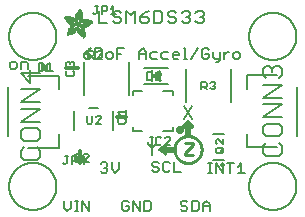
<source format=gbr>
G04 EAGLE Gerber RS-274X export*
G75*
%MOMM*%
%FSLAX34Y34*%
%LPD*%
%INSilkscreen Top*%
%IPPOS*%
%AMOC8*
5,1,8,0,0,1.08239X$1,22.5*%
G01*
%ADD10C,0.152400*%
%ADD11C,0.127000*%
%ADD12C,0.203200*%
%ADD13C,0.177800*%
%ADD14C,0.254000*%
%ADD15C,0.304800*%
%ADD16R,0.127000X0.762000*%
%ADD17R,0.200000X1.000000*%
%ADD18C,0.406400*%
%ADD19R,0.034300X0.003800*%
%ADD20R,0.057200X0.003800*%
%ADD21R,0.076200X0.003800*%
%ADD22R,0.091400X0.003800*%
%ADD23R,0.102900X0.003800*%
%ADD24R,0.114300X0.003900*%
%ADD25R,0.129500X0.003800*%
%ADD26R,0.137200X0.003800*%
%ADD27R,0.144800X0.003800*%
%ADD28R,0.152400X0.003800*%
%ADD29R,0.160000X0.003800*%
%ADD30R,0.171500X0.003800*%
%ADD31R,0.175300X0.003800*%
%ADD32R,0.182900X0.003800*%
%ADD33R,0.190500X0.003800*%
%ADD34R,0.194300X0.003900*%
%ADD35R,0.201900X0.003800*%
%ADD36R,0.209500X0.003800*%
%ADD37R,0.213400X0.003800*%
%ADD38R,0.221000X0.003800*%
%ADD39R,0.224800X0.003800*%
%ADD40R,0.232400X0.003800*%
%ADD41R,0.240000X0.003800*%
%ADD42R,0.243800X0.003800*%
%ADD43R,0.247600X0.003800*%
%ADD44R,0.255300X0.003900*%
%ADD45R,0.259100X0.003800*%
%ADD46R,0.262900X0.003800*%
%ADD47R,0.270500X0.003800*%
%ADD48R,0.274300X0.003800*%
%ADD49R,0.281900X0.003800*%
%ADD50R,0.285700X0.003800*%
%ADD51R,0.289500X0.003800*%
%ADD52R,0.297200X0.003800*%
%ADD53R,0.301000X0.003800*%
%ADD54R,0.304800X0.003900*%
%ADD55R,0.312400X0.003800*%
%ADD56R,0.316200X0.003800*%
%ADD57R,0.320000X0.003800*%
%ADD58R,0.327600X0.003800*%
%ADD59R,0.331500X0.003800*%
%ADD60R,0.339100X0.003800*%
%ADD61R,0.342900X0.003800*%
%ADD62R,0.346700X0.003800*%
%ADD63R,0.354300X0.003800*%
%ADD64R,0.358100X0.003900*%
%ADD65R,0.361900X0.003800*%
%ADD66R,0.369600X0.003800*%
%ADD67R,0.373400X0.003800*%
%ADD68R,0.377200X0.003800*%
%ADD69R,0.384800X0.003800*%
%ADD70R,0.388600X0.003800*%
%ADD71R,0.396200X0.003800*%
%ADD72R,0.400000X0.003800*%
%ADD73R,0.403800X0.003800*%
%ADD74R,0.411500X0.003900*%
%ADD75R,0.415300X0.003800*%
%ADD76R,0.419100X0.003800*%
%ADD77R,0.045700X0.003800*%
%ADD78R,0.426700X0.003800*%
%ADD79R,0.072400X0.003800*%
%ADD80R,0.430500X0.003800*%
%ADD81R,0.095300X0.003800*%
%ADD82R,0.438100X0.003800*%
%ADD83R,0.110500X0.003800*%
%ADD84R,0.441900X0.003800*%
%ADD85R,0.445800X0.003800*%
%ADD86R,0.144700X0.003800*%
%ADD87R,0.453400X0.003800*%
%ADD88R,0.457200X0.003800*%
%ADD89R,0.175300X0.003900*%
%ADD90R,0.461000X0.003900*%
%ADD91R,0.468600X0.003800*%
%ADD92R,0.205800X0.003800*%
%ADD93R,0.472400X0.003800*%
%ADD94R,0.217200X0.003800*%
%ADD95R,0.476200X0.003800*%
%ADD96R,0.483900X0.003800*%
%ADD97R,0.247700X0.003800*%
%ADD98R,0.487700X0.003800*%
%ADD99R,0.495300X0.003800*%
%ADD100R,0.499100X0.003800*%
%ADD101R,0.502900X0.003800*%
%ADD102R,0.510500X0.003800*%
%ADD103R,0.308600X0.003900*%
%ADD104R,0.514300X0.003900*%
%ADD105R,0.323800X0.003800*%
%ADD106R,0.518100X0.003800*%
%ADD107R,0.335300X0.003800*%
%ADD108R,0.525800X0.003800*%
%ADD109R,0.529600X0.003800*%
%ADD110R,0.358100X0.003800*%
%ADD111R,0.533400X0.003800*%
%ADD112R,0.537200X0.003800*%
%ADD113R,0.381000X0.003800*%
%ADD114R,0.544800X0.003800*%
%ADD115R,0.392400X0.003800*%
%ADD116R,0.548600X0.003800*%
%ADD117R,0.552400X0.003800*%
%ADD118R,0.556200X0.003800*%
%ADD119R,0.422900X0.003900*%
%ADD120R,0.560100X0.003900*%
%ADD121R,0.434300X0.003800*%
%ADD122R,0.563900X0.003800*%
%ADD123R,0.567700X0.003800*%
%ADD124R,0.461000X0.003800*%
%ADD125R,0.571500X0.003800*%
%ADD126R,0.575300X0.003800*%
%ADD127R,0.480100X0.003800*%
%ADD128R,0.579100X0.003800*%
%ADD129R,0.491500X0.003800*%
%ADD130R,0.582900X0.003800*%
%ADD131R,0.586700X0.003800*%
%ADD132R,0.510600X0.003800*%
%ADD133R,0.590500X0.003800*%
%ADD134R,0.522000X0.003800*%
%ADD135R,0.594300X0.003800*%
%ADD136R,0.533400X0.003900*%
%ADD137R,0.598200X0.003900*%
%ADD138R,0.541000X0.003800*%
%ADD139R,0.602000X0.003800*%
%ADD140R,0.552500X0.003800*%
%ADD141R,0.605800X0.003800*%
%ADD142R,0.560100X0.003800*%
%ADD143R,0.609600X0.003800*%
%ADD144R,0.613400X0.003800*%
%ADD145R,0.583000X0.003800*%
%ADD146R,0.617200X0.003800*%
%ADD147R,0.594400X0.003800*%
%ADD148R,0.621000X0.003800*%
%ADD149R,0.598200X0.003800*%
%ADD150R,0.624800X0.003800*%
%ADD151R,0.613500X0.003900*%
%ADD152R,0.628600X0.003900*%
%ADD153R,0.632400X0.003800*%
%ADD154R,0.628600X0.003800*%
%ADD155R,0.636300X0.003800*%
%ADD156R,0.640100X0.003800*%
%ADD157R,0.636200X0.003800*%
%ADD158R,0.643900X0.003800*%
%ADD159R,0.647700X0.003800*%
%ADD160R,0.651500X0.003800*%
%ADD161R,0.659100X0.003800*%
%ADD162R,0.659100X0.003900*%
%ADD163R,0.655300X0.003900*%
%ADD164R,0.662900X0.003800*%
%ADD165R,0.655300X0.003800*%
%ADD166R,0.670500X0.003800*%
%ADD167R,0.670600X0.003800*%
%ADD168R,0.674400X0.003800*%
%ADD169R,0.682000X0.003800*%
%ADD170R,0.666700X0.003800*%
%ADD171R,0.685800X0.003800*%
%ADD172R,0.689600X0.003800*%
%ADD173R,0.693400X0.003900*%
%ADD174R,0.674400X0.003900*%
%ADD175R,0.697200X0.003800*%
%ADD176R,0.678200X0.003800*%
%ADD177R,0.697300X0.003800*%
%ADD178R,0.701100X0.003800*%
%ADD179R,0.704900X0.003800*%
%ADD180R,0.708700X0.003800*%
%ADD181R,0.712500X0.003800*%
%ADD182R,0.716300X0.003800*%
%ADD183R,0.720100X0.003900*%
%ADD184R,0.689600X0.003900*%
%ADD185R,0.720000X0.003800*%
%ADD186R,0.693400X0.003800*%
%ADD187R,0.723900X0.003800*%
%ADD188R,0.727700X0.003800*%
%ADD189R,0.731500X0.003800*%
%ADD190R,0.701000X0.003800*%
%ADD191R,0.735300X0.003800*%
%ADD192R,0.731500X0.003900*%
%ADD193R,0.701000X0.003900*%
%ADD194R,0.704800X0.003800*%
%ADD195R,0.739100X0.003800*%
%ADD196R,0.743000X0.003800*%
%ADD197R,0.739200X0.003800*%
%ADD198R,0.743000X0.003900*%
%ADD199R,0.704800X0.003900*%
%ADD200R,0.746800X0.003800*%
%ADD201R,0.746800X0.003900*%
%ADD202R,0.742900X0.003800*%
%ADD203R,0.746700X0.003800*%
%ADD204R,0.746700X0.003900*%
%ADD205R,1.428800X0.003800*%
%ADD206R,1.424900X0.003800*%
%ADD207R,1.421100X0.003900*%
%ADD208R,1.421100X0.003800*%
%ADD209R,1.417300X0.003800*%
%ADD210R,1.413500X0.003800*%
%ADD211R,1.409700X0.003800*%
%ADD212R,1.405900X0.003800*%
%ADD213R,1.402100X0.003800*%
%ADD214R,1.398300X0.003800*%
%ADD215R,0.983000X0.003900*%
%ADD216R,0.384800X0.003900*%
%ADD217R,0.971600X0.003800*%
%ADD218R,0.963900X0.003800*%
%ADD219R,0.956300X0.003800*%
%ADD220R,0.365800X0.003800*%
%ADD221R,0.952500X0.003800*%
%ADD222R,0.941000X0.003800*%
%ADD223R,0.358200X0.003800*%
%ADD224R,0.937200X0.003800*%
%ADD225R,0.933400X0.003800*%
%ADD226R,0.354400X0.003800*%
%ADD227R,0.925800X0.003800*%
%ADD228R,0.350500X0.003800*%
%ADD229R,0.922000X0.003800*%
%ADD230R,0.918200X0.003900*%
%ADD231R,0.346700X0.003900*%
%ADD232R,0.910600X0.003800*%
%ADD233R,0.906800X0.003800*%
%ADD234R,0.903000X0.003800*%
%ADD235R,0.339000X0.003800*%
%ADD236R,0.895300X0.003800*%
%ADD237R,0.335200X0.003800*%
%ADD238R,0.887700X0.003800*%
%ADD239R,0.883900X0.003800*%
%ADD240R,0.331400X0.003800*%
%ADD241R,0.880100X0.003800*%
%ADD242R,0.876300X0.003800*%
%ADD243R,0.468600X0.003900*%
%ADD244R,0.396200X0.003900*%
%ADD245R,0.323800X0.003900*%
%ADD246R,0.449600X0.003800*%
%ADD247R,0.323900X0.003800*%
%ADD248R,0.442000X0.003800*%
%ADD249R,0.434400X0.003800*%
%ADD250R,0.320100X0.003800*%
%ADD251R,0.316300X0.003800*%
%ADD252R,0.426800X0.003800*%
%ADD253R,0.327700X0.003800*%
%ADD254R,0.312500X0.003800*%
%ADD255R,0.422900X0.003800*%
%ADD256R,0.308600X0.003800*%
%ADD257R,0.293400X0.003800*%
%ADD258R,0.304800X0.003800*%
%ADD259R,0.419100X0.003900*%
%ADD260R,0.285700X0.003900*%
%ADD261R,0.301000X0.003900*%
%ADD262R,0.411500X0.003800*%
%ADD263R,0.407700X0.003800*%
%ADD264R,0.289600X0.003800*%
%ADD265R,0.285800X0.003800*%
%ADD266R,0.403900X0.003800*%
%ADD267R,0.228600X0.003800*%
%ADD268R,0.403900X0.003900*%
%ADD269R,0.221000X0.003900*%
%ADD270R,0.278100X0.003900*%
%ADD271R,0.400100X0.003800*%
%ADD272R,0.209600X0.003800*%
%ADD273R,0.266700X0.003800*%
%ADD274R,0.038100X0.003800*%
%ADD275R,0.194300X0.003800*%
%ADD276R,0.148600X0.003800*%
%ADD277R,0.259000X0.003800*%
%ADD278R,0.182800X0.003800*%
%ADD279R,0.186700X0.003800*%
%ADD280R,0.251400X0.003800*%
%ADD281R,0.179100X0.003800*%
%ADD282R,0.236200X0.003800*%
%ADD283R,0.243900X0.003900*%
%ADD284R,0.282000X0.003900*%
%ADD285R,0.167700X0.003800*%
%ADD286R,0.236300X0.003800*%
%ADD287R,0.396300X0.003800*%
%ADD288R,0.163900X0.003800*%
%ADD289R,0.392500X0.003800*%
%ADD290R,0.160100X0.003800*%
%ADD291R,0.586800X0.003800*%
%ADD292R,0.148500X0.003800*%
%ADD293R,0.140900X0.003800*%
%ADD294R,0.392400X0.003900*%
%ADD295R,0.140900X0.003900*%
%ADD296R,0.647700X0.003900*%
%ADD297R,0.133300X0.003800*%
%ADD298R,0.674300X0.003800*%
%ADD299R,0.388700X0.003800*%
%ADD300R,0.125700X0.003800*%
%ADD301R,0.121900X0.003800*%
%ADD302R,0.720100X0.003800*%
%ADD303R,0.118100X0.003800*%
%ADD304R,0.118100X0.003900*%
%ADD305R,0.739100X0.003900*%
%ADD306R,0.114300X0.003800*%
%ADD307R,0.754400X0.003800*%
%ADD308R,0.765800X0.003800*%
%ADD309R,0.773400X0.003800*%
%ADD310R,0.784800X0.003800*%
%ADD311R,0.118200X0.003800*%
%ADD312R,0.792500X0.003800*%
%ADD313R,0.803900X0.003800*%
%ADD314R,0.122000X0.003800*%
%ADD315R,0.815400X0.003800*%
%ADD316R,0.125800X0.003800*%
%ADD317R,0.826800X0.003800*%
%ADD318R,0.369500X0.003900*%
%ADD319R,0.133400X0.003900*%
%ADD320R,0.842000X0.003900*%
%ADD321R,0.365700X0.003800*%
%ADD322R,1.009700X0.003800*%
%ADD323R,1.013500X0.003800*%
%ADD324R,0.362000X0.003800*%
%ADD325R,1.024900X0.003800*%
%ADD326R,1.028700X0.003800*%
%ADD327R,1.036300X0.003800*%
%ADD328R,1.047800X0.003800*%
%ADD329R,1.055400X0.003800*%
%ADD330R,1.070600X0.003800*%
%ADD331R,0.030500X0.003800*%
%ADD332R,1.436400X0.003800*%
%ADD333R,1.562100X0.003900*%
%ADD334R,1.588700X0.003800*%
%ADD335R,1.607800X0.003800*%
%ADD336R,1.626900X0.003800*%
%ADD337R,1.642100X0.003800*%
%ADD338R,1.657400X0.003800*%
%ADD339R,1.676400X0.003800*%
%ADD340R,1.687800X0.003800*%
%ADD341R,1.703000X0.003800*%
%ADD342R,1.714500X0.003800*%
%ADD343R,1.726000X0.003900*%
%ADD344R,1.741200X0.003800*%
%ADD345R,0.914400X0.003800*%
%ADD346R,0.769600X0.003800*%
%ADD347R,0.884000X0.003800*%
%ADD348R,0.712400X0.003800*%
%ADD349R,0.880100X0.003900*%
%ADD350R,0.887800X0.003800*%
%ADD351R,0.891600X0.003800*%
%ADD352R,0.895400X0.003800*%
%ADD353R,0.251500X0.003800*%
%ADD354R,0.579200X0.003900*%
%ADD355R,0.243900X0.003800*%
%ADD356R,0.556300X0.003800*%
%ADD357R,0.255200X0.003800*%
%ADD358R,0.529500X0.003800*%
%ADD359R,0.731600X0.003800*%
%ADD360R,0.525800X0.003900*%
%ADD361R,0.281900X0.003900*%
%ADD362R,0.735400X0.003900*%
%ADD363R,0.300900X0.003800*%
%ADD364R,0.762000X0.003800*%
%ADD365R,0.518200X0.003800*%
%ADD366R,0.350600X0.003800*%
%ADD367R,0.796300X0.003800*%
%ADD368R,0.807800X0.003800*%
%ADD369R,0.506700X0.003800*%
%ADD370R,0.849600X0.003800*%
%ADD371R,0.506700X0.003900*%
%ADD372R,1.371600X0.003900*%
%ADD373R,1.207800X0.003800*%
%ADD374R,0.503000X0.003800*%
%ADD375R,0.141000X0.003800*%
%ADD376R,1.203900X0.003800*%
%ADD377R,1.204000X0.003800*%
%ADD378R,1.200200X0.003800*%
%ADD379R,0.499100X0.003900*%
%ADD380R,0.156200X0.003900*%
%ADD381R,1.196400X0.003900*%
%ADD382R,1.196400X0.003800*%
%ADD383R,0.163800X0.003800*%
%ADD384R,0.167600X0.003800*%
%ADD385R,1.192500X0.003800*%
%ADD386R,0.499200X0.003800*%
%ADD387R,1.188700X0.003800*%
%ADD388R,0.506800X0.003800*%
%ADD389R,1.184900X0.003800*%
%ADD390R,0.510600X0.003900*%
%ADD391R,0.209600X0.003900*%
%ADD392R,1.181100X0.003900*%
%ADD393R,0.514400X0.003800*%
%ADD394R,1.181100X0.003800*%
%ADD395R,1.177300X0.003800*%
%ADD396R,0.240100X0.003800*%
%ADD397R,1.173500X0.003800*%
%ADD398R,1.169700X0.003800*%
%ADD399R,1.165900X0.003800*%
%ADD400R,1.162100X0.003800*%
%ADD401R,0.929700X0.003900*%
%ADD402R,1.162100X0.003900*%
%ADD403R,0.929700X0.003800*%
%ADD404R,1.154500X0.003800*%
%ADD405R,0.933500X0.003800*%
%ADD406R,1.150600X0.003800*%
%ADD407R,0.937300X0.003800*%
%ADD408R,1.146800X0.003800*%
%ADD409R,0.941100X0.003800*%
%ADD410R,1.139200X0.003800*%
%ADD411R,0.944900X0.003800*%
%ADD412R,1.135400X0.003800*%
%ADD413R,0.948700X0.003800*%
%ADD414R,1.127800X0.003800*%
%ADD415R,1.124000X0.003800*%
%ADD416R,1.116400X0.003800*%
%ADD417R,0.956300X0.003900*%
%ADD418R,1.104900X0.003900*%
%ADD419R,0.960100X0.003800*%
%ADD420R,1.093500X0.003800*%
%ADD421R,1.085900X0.003800*%
%ADD422R,0.967800X0.003800*%
%ADD423R,1.074500X0.003800*%
%ADD424R,1.063000X0.003800*%
%ADD425R,0.975400X0.003800*%
%ADD426R,1.036400X0.003800*%
%ADD427R,0.979200X0.003800*%
%ADD428R,1.021000X0.003800*%
%ADD429R,0.983000X0.003800*%
%ADD430R,1.009600X0.003800*%
%ADD431R,0.986800X0.003800*%
%ADD432R,0.998200X0.003800*%
%ADD433R,0.990600X0.003900*%
%ADD434R,0.986700X0.003900*%
%ADD435R,0.994400X0.003800*%
%ADD436R,0.975300X0.003800*%
%ADD437R,0.948600X0.003800*%
%ADD438R,1.002000X0.003800*%
%ADD439R,0.213300X0.003800*%
%ADD440R,0.217100X0.003800*%
%ADD441R,1.017300X0.003800*%
%ADD442R,0.666800X0.003800*%
%ADD443R,0.220900X0.003800*%
%ADD444R,1.028700X0.003900*%
%ADD445R,0.224700X0.003900*%
%ADD446R,1.032500X0.003800*%
%ADD447R,1.040100X0.003800*%
%ADD448R,1.043900X0.003800*%
%ADD449R,0.548700X0.003800*%
%ADD450R,1.051500X0.003800*%
%ADD451R,1.055300X0.003800*%
%ADD452R,1.059100X0.003800*%
%ADD453R,1.062900X0.003800*%
%ADD454R,0.255300X0.003800*%
%ADD455R,1.066800X0.003900*%
%ADD456R,0.259100X0.003900*%
%ADD457R,0.457200X0.003900*%
%ADD458R,0.423000X0.003800*%
%ADD459R,1.082100X0.003800*%
%ADD460R,0.274400X0.003800*%
%ADD461R,0.278200X0.003800*%
%ADD462R,1.101100X0.003800*%
%ADD463R,0.278100X0.003800*%
%ADD464R,0.876300X0.003900*%
%ADD465R,0.236200X0.003900*%
%ADD466R,0.289600X0.003900*%
%ADD467R,0.247700X0.003900*%
%ADD468R,0.049500X0.003800*%
%ADD469R,0.640100X0.003900*%
%ADD470R,0.659200X0.003800*%
%ADD471R,0.663000X0.003800*%
%ADD472R,0.872500X0.003900*%
%ADD473R,0.666800X0.003900*%
%ADD474R,0.872500X0.003800*%
%ADD475R,0.868700X0.003800*%
%ADD476R,0.864900X0.003800*%
%ADD477R,0.861100X0.003800*%
%ADD478R,0.857300X0.003800*%
%ADD479R,0.853400X0.003800*%
%ADD480R,0.845800X0.003800*%
%ADD481R,0.682000X0.003900*%
%ADD482R,0.842000X0.003800*%
%ADD483R,0.834400X0.003800*%
%ADD484R,0.823000X0.003800*%
%ADD485R,0.815300X0.003800*%
%ADD486R,0.811500X0.003800*%
%ADD487R,0.788700X0.003800*%
%ADD488R,0.777300X0.003900*%
%ADD489R,0.750600X0.003800*%
%ADD490R,0.735400X0.003800*%
%ADD491R,0.727800X0.003800*%
%ADD492R,0.628700X0.003800*%
%ADD493R,0.575400X0.003800*%
%ADD494R,0.670600X0.003900*%
%ADD495R,0.655400X0.003800*%
%ADD496R,0.651500X0.003900*%
%ADD497R,0.624800X0.003900*%
%ADD498R,0.594400X0.003900*%
%ADD499R,0.563900X0.003900*%
%ADD500R,0.541100X0.003800*%
%ADD501R,0.537300X0.003800*%
%ADD502R,0.525700X0.003800*%
%ADD503R,0.525700X0.003900*%
%ADD504R,0.514300X0.003800*%
%ADD505R,0.480100X0.003900*%
%ADD506R,0.464800X0.003800*%
%ADD507R,0.442000X0.003900*%
%ADD508R,0.438200X0.003800*%
%ADD509R,0.430600X0.003800*%
%ADD510R,0.407600X0.003800*%
%ADD511R,0.403800X0.003900*%
%ADD512R,0.365700X0.003900*%
%ADD513R,0.327700X0.003900*%
%ADD514R,0.243800X0.003900*%
%ADD515R,0.205800X0.003900*%
%ADD516R,0.198100X0.003800*%
%ADD517R,0.163800X0.003900*%
%ADD518R,0.137100X0.003800*%
%ADD519R,0.091500X0.003900*%
%ADD520R,0.060900X0.003800*%

G36*
X137814Y51405D02*
X137814Y51405D01*
X137925Y51403D01*
X137973Y51415D01*
X138022Y51418D01*
X138126Y51452D01*
X138234Y51478D01*
X138278Y51501D01*
X138324Y51516D01*
X138417Y51575D01*
X138515Y51627D01*
X138551Y51660D01*
X138593Y51686D01*
X138669Y51767D01*
X138750Y51841D01*
X138777Y51882D01*
X138811Y51918D01*
X138864Y52014D01*
X138925Y52106D01*
X138941Y52153D01*
X138965Y52196D01*
X138992Y52303D01*
X139028Y52407D01*
X139032Y52456D01*
X139044Y52504D01*
X139054Y52665D01*
X139054Y53936D01*
X144135Y53936D01*
X144253Y53951D01*
X144372Y53958D01*
X144410Y53971D01*
X144451Y53976D01*
X144561Y54019D01*
X144674Y54056D01*
X144709Y54078D01*
X144746Y54093D01*
X144842Y54163D01*
X144943Y54226D01*
X144971Y54256D01*
X145004Y54279D01*
X145080Y54371D01*
X145161Y54458D01*
X145181Y54493D01*
X145206Y54524D01*
X145257Y54632D01*
X145315Y54736D01*
X145325Y54776D01*
X145342Y54812D01*
X145364Y54929D01*
X145394Y55044D01*
X145398Y55105D01*
X145402Y55125D01*
X145400Y55145D01*
X145404Y55205D01*
X145404Y57745D01*
X145389Y57863D01*
X145382Y57982D01*
X145369Y58020D01*
X145364Y58061D01*
X145321Y58171D01*
X145284Y58284D01*
X145262Y58319D01*
X145247Y58356D01*
X145178Y58452D01*
X145114Y58553D01*
X145084Y58581D01*
X145061Y58614D01*
X144969Y58690D01*
X144882Y58771D01*
X144847Y58791D01*
X144816Y58816D01*
X144708Y58867D01*
X144604Y58925D01*
X144564Y58935D01*
X144528Y58952D01*
X144411Y58974D01*
X144296Y59004D01*
X144236Y59008D01*
X144216Y59012D01*
X144195Y59010D01*
X144135Y59014D01*
X139054Y59014D01*
X139054Y60285D01*
X139048Y60334D01*
X139050Y60383D01*
X139036Y60454D01*
X139032Y60517D01*
X139020Y60553D01*
X139014Y60601D01*
X138996Y60646D01*
X138986Y60695D01*
X138951Y60767D01*
X138934Y60820D01*
X138917Y60847D01*
X138897Y60896D01*
X138868Y60936D01*
X138847Y60981D01*
X138790Y61047D01*
X138764Y61089D01*
X138745Y61107D01*
X138711Y61154D01*
X138672Y61185D01*
X138640Y61223D01*
X138564Y61276D01*
X138532Y61307D01*
X138513Y61317D01*
X138466Y61356D01*
X138421Y61377D01*
X138380Y61406D01*
X138289Y61441D01*
X138254Y61460D01*
X138236Y61465D01*
X138178Y61492D01*
X138129Y61501D01*
X138083Y61519D01*
X137983Y61530D01*
X137946Y61540D01*
X137921Y61541D01*
X137866Y61552D01*
X137816Y61549D01*
X137767Y61554D01*
X137658Y61539D01*
X137548Y61532D01*
X137501Y61517D01*
X137452Y61510D01*
X137350Y61468D01*
X137246Y61434D01*
X137204Y61407D01*
X137184Y61399D01*
X137168Y61393D01*
X137167Y61392D01*
X137158Y61389D01*
X137023Y61300D01*
X131943Y57490D01*
X131875Y57424D01*
X131839Y57398D01*
X131811Y57364D01*
X131740Y57299D01*
X131729Y57283D01*
X131715Y57269D01*
X131664Y57187D01*
X131637Y57153D01*
X131618Y57114D01*
X131565Y57034D01*
X131559Y57015D01*
X131549Y56998D01*
X131520Y56906D01*
X131501Y56866D01*
X131493Y56822D01*
X131462Y56733D01*
X131461Y56713D01*
X131455Y56694D01*
X131450Y56600D01*
X131441Y56553D01*
X131444Y56506D01*
X131437Y56416D01*
X131441Y56396D01*
X131440Y56377D01*
X131458Y56288D01*
X131461Y56236D01*
X131477Y56187D01*
X131492Y56102D01*
X131500Y56084D01*
X131504Y56065D01*
X131541Y55988D01*
X131559Y55933D01*
X131590Y55885D01*
X131622Y55813D01*
X131635Y55797D01*
X131643Y55779D01*
X131695Y55719D01*
X131729Y55665D01*
X131775Y55621D01*
X131821Y55564D01*
X131842Y55546D01*
X131850Y55537D01*
X131866Y55526D01*
X131943Y55460D01*
X137023Y51650D01*
X137066Y51625D01*
X137104Y51594D01*
X137204Y51547D01*
X137300Y51492D01*
X137348Y51479D01*
X137392Y51458D01*
X137500Y51437D01*
X137607Y51408D01*
X137656Y51408D01*
X137705Y51398D01*
X137814Y51405D01*
G37*
G36*
X158243Y68001D02*
X158243Y68001D01*
X158362Y68008D01*
X158400Y68021D01*
X158441Y68026D01*
X158551Y68069D01*
X158664Y68106D01*
X158699Y68128D01*
X158736Y68143D01*
X158832Y68213D01*
X158933Y68276D01*
X158961Y68306D01*
X158994Y68329D01*
X159070Y68421D01*
X159151Y68508D01*
X159171Y68543D01*
X159196Y68574D01*
X159247Y68682D01*
X159305Y68786D01*
X159315Y68826D01*
X159332Y68862D01*
X159354Y68979D01*
X159384Y69094D01*
X159388Y69155D01*
X159392Y69175D01*
X159390Y69195D01*
X159394Y69255D01*
X159394Y74336D01*
X160665Y74336D01*
X160714Y74342D01*
X160763Y74340D01*
X160871Y74362D01*
X160981Y74376D01*
X161026Y74394D01*
X161075Y74404D01*
X161174Y74452D01*
X161276Y74493D01*
X161316Y74522D01*
X161361Y74543D01*
X161444Y74615D01*
X161534Y74679D01*
X161565Y74718D01*
X161603Y74750D01*
X161666Y74840D01*
X161736Y74924D01*
X161757Y74969D01*
X161786Y75010D01*
X161825Y75113D01*
X161872Y75212D01*
X161881Y75261D01*
X161899Y75307D01*
X161911Y75417D01*
X161932Y75525D01*
X161929Y75574D01*
X161934Y75623D01*
X161919Y75732D01*
X161912Y75842D01*
X161897Y75889D01*
X161890Y75938D01*
X161848Y76040D01*
X161814Y76144D01*
X161787Y76186D01*
X161769Y76232D01*
X161680Y76367D01*
X157870Y81447D01*
X157852Y81466D01*
X157839Y81486D01*
X157766Y81555D01*
X157679Y81650D01*
X157663Y81661D01*
X157649Y81675D01*
X157618Y81694D01*
X157607Y81704D01*
X157552Y81735D01*
X157530Y81748D01*
X157414Y81825D01*
X157395Y81831D01*
X157378Y81841D01*
X157333Y81855D01*
X157329Y81858D01*
X157306Y81864D01*
X157245Y81883D01*
X157113Y81928D01*
X157093Y81929D01*
X157074Y81935D01*
X156992Y81939D01*
X156878Y81946D01*
X156796Y81953D01*
X156776Y81950D01*
X156757Y81950D01*
X156620Y81922D01*
X156540Y81908D01*
X156534Y81908D01*
X156533Y81907D01*
X156482Y81898D01*
X156464Y81890D01*
X156445Y81886D01*
X156320Y81825D01*
X156278Y81806D01*
X156239Y81791D01*
X156231Y81785D01*
X156193Y81768D01*
X156177Y81755D01*
X156159Y81747D01*
X156053Y81656D01*
X156050Y81653D01*
X155981Y81604D01*
X155969Y81589D01*
X155944Y81569D01*
X155926Y81548D01*
X155917Y81540D01*
X155906Y81524D01*
X155840Y81447D01*
X152030Y76367D01*
X152005Y76324D01*
X151974Y76286D01*
X151927Y76186D01*
X151872Y76090D01*
X151859Y76042D01*
X151838Y75998D01*
X151817Y75890D01*
X151788Y75783D01*
X151788Y75734D01*
X151778Y75686D01*
X151785Y75576D01*
X151783Y75465D01*
X151795Y75417D01*
X151798Y75368D01*
X151832Y75264D01*
X151858Y75156D01*
X151881Y75112D01*
X151896Y75066D01*
X151955Y74973D01*
X152007Y74875D01*
X152040Y74839D01*
X152066Y74797D01*
X152147Y74721D01*
X152221Y74640D01*
X152262Y74613D01*
X152298Y74579D01*
X152394Y74526D01*
X152486Y74465D01*
X152533Y74449D01*
X152576Y74425D01*
X152683Y74398D01*
X152787Y74362D01*
X152836Y74358D01*
X152884Y74346D01*
X153045Y74336D01*
X154316Y74336D01*
X154316Y69255D01*
X154331Y69137D01*
X154338Y69018D01*
X154351Y68980D01*
X154356Y68939D01*
X154399Y68829D01*
X154436Y68716D01*
X154458Y68681D01*
X154473Y68644D01*
X154543Y68548D01*
X154606Y68447D01*
X154636Y68419D01*
X154659Y68386D01*
X154751Y68311D01*
X154838Y68229D01*
X154873Y68209D01*
X154904Y68184D01*
X155012Y68133D01*
X155116Y68075D01*
X155156Y68065D01*
X155192Y68048D01*
X155309Y68026D01*
X155424Y67996D01*
X155485Y67992D01*
X155505Y67988D01*
X155525Y67990D01*
X155585Y67986D01*
X158125Y67986D01*
X158243Y68001D01*
G37*
G36*
X131585Y115738D02*
X131585Y115738D01*
X131656Y115736D01*
X131725Y115754D01*
X131796Y115763D01*
X131862Y115790D01*
X131931Y115808D01*
X131992Y115845D01*
X132058Y115872D01*
X132114Y115917D01*
X132176Y115954D01*
X132225Y116005D01*
X132280Y116050D01*
X132321Y116109D01*
X132370Y116161D01*
X132403Y116224D01*
X132444Y116282D01*
X132467Y116350D01*
X132500Y116414D01*
X132510Y116473D01*
X132537Y116551D01*
X132543Y116670D01*
X132555Y116745D01*
X132555Y120745D01*
X132545Y120816D01*
X132545Y120888D01*
X132525Y120956D01*
X132515Y121027D01*
X132486Y121092D01*
X132466Y121161D01*
X132428Y121221D01*
X132399Y121286D01*
X132353Y121341D01*
X132315Y121401D01*
X132262Y121449D01*
X132216Y121503D01*
X132156Y121543D01*
X132102Y121590D01*
X132038Y121621D01*
X131979Y121661D01*
X131911Y121682D01*
X131846Y121713D01*
X131776Y121725D01*
X131708Y121746D01*
X131636Y121748D01*
X131566Y121760D01*
X131495Y121752D01*
X131424Y121754D01*
X131354Y121735D01*
X131283Y121727D01*
X131228Y121702D01*
X131149Y121682D01*
X131046Y121621D01*
X130977Y121590D01*
X127977Y119590D01*
X127890Y119513D01*
X127800Y119440D01*
X127785Y119418D01*
X127765Y119400D01*
X127703Y119303D01*
X127636Y119208D01*
X127628Y119182D01*
X127613Y119160D01*
X127581Y119049D01*
X127543Y118939D01*
X127542Y118912D01*
X127535Y118887D01*
X127535Y118771D01*
X127529Y118655D01*
X127535Y118629D01*
X127535Y118602D01*
X127567Y118491D01*
X127593Y118378D01*
X127606Y118355D01*
X127614Y118329D01*
X127676Y118231D01*
X127732Y118130D01*
X127750Y118114D01*
X127765Y118089D01*
X127973Y117904D01*
X127977Y117900D01*
X130977Y115900D01*
X131041Y115869D01*
X131101Y115830D01*
X131169Y115808D01*
X131233Y115777D01*
X131304Y115765D01*
X131372Y115744D01*
X131443Y115742D01*
X131514Y115730D01*
X131585Y115738D01*
G37*
G36*
X37348Y122433D02*
X37348Y122433D01*
X37377Y122430D01*
X37469Y122450D01*
X37562Y122463D01*
X37589Y122476D01*
X37618Y122482D01*
X37698Y122530D01*
X37782Y122572D01*
X37803Y122593D01*
X37829Y122608D01*
X37890Y122680D01*
X37956Y122746D01*
X37969Y122772D01*
X37989Y122795D01*
X38024Y122882D01*
X38066Y122966D01*
X38070Y122996D01*
X38081Y123023D01*
X38099Y123190D01*
X38099Y128270D01*
X38094Y128299D01*
X38097Y128329D01*
X38075Y128420D01*
X38060Y128513D01*
X38046Y128539D01*
X38039Y128568D01*
X37988Y128647D01*
X37944Y128730D01*
X37923Y128751D01*
X37907Y128776D01*
X37834Y128835D01*
X37766Y128900D01*
X37739Y128912D01*
X37716Y128931D01*
X37628Y128964D01*
X37543Y129003D01*
X37513Y129006D01*
X37486Y129017D01*
X37392Y129020D01*
X37299Y129030D01*
X37269Y129024D01*
X37240Y129025D01*
X37150Y128998D01*
X37058Y128978D01*
X37033Y128963D01*
X37004Y128954D01*
X36862Y128864D01*
X33687Y126324D01*
X33618Y126247D01*
X33545Y126174D01*
X33536Y126157D01*
X33523Y126142D01*
X33481Y126046D01*
X33435Y125954D01*
X33433Y125934D01*
X33425Y125916D01*
X33416Y125813D01*
X33402Y125710D01*
X33406Y125691D01*
X33404Y125671D01*
X33429Y125570D01*
X33448Y125468D01*
X33458Y125451D01*
X33462Y125432D01*
X33518Y125345D01*
X33569Y125254D01*
X33586Y125237D01*
X33594Y125224D01*
X33619Y125204D01*
X33687Y125136D01*
X36862Y122596D01*
X36888Y122581D01*
X36910Y122561D01*
X36995Y122521D01*
X37077Y122475D01*
X37106Y122469D01*
X37133Y122457D01*
X37226Y122447D01*
X37318Y122429D01*
X37348Y122433D01*
G37*
D10*
X51788Y13215D02*
X51788Y7453D01*
X54670Y4572D01*
X57551Y7453D01*
X57551Y13215D01*
X61144Y4572D02*
X64025Y4572D01*
X62584Y4572D02*
X62584Y13215D01*
X61144Y13215D02*
X64025Y13215D01*
X67380Y13215D02*
X67380Y4572D01*
X73143Y4572D02*
X67380Y13215D01*
X73143Y13215D02*
X73143Y4572D01*
X82847Y44160D02*
X84287Y45600D01*
X87169Y45600D01*
X88609Y44160D01*
X88609Y42719D01*
X87169Y41279D01*
X85728Y41279D01*
X87169Y41279D02*
X88609Y39838D01*
X88609Y38398D01*
X87169Y36957D01*
X84287Y36957D01*
X82847Y38398D01*
X92202Y39838D02*
X92202Y45600D01*
X92202Y39838D02*
X95083Y36957D01*
X97964Y39838D01*
X97964Y45600D01*
X105351Y13215D02*
X106791Y11775D01*
X105351Y13215D02*
X102470Y13215D01*
X101029Y11775D01*
X101029Y6013D01*
X102470Y4572D01*
X105351Y4572D01*
X106791Y6013D01*
X106791Y8894D01*
X103910Y8894D01*
X110384Y13215D02*
X110384Y4572D01*
X116147Y4572D02*
X110384Y13215D01*
X116147Y13215D02*
X116147Y4572D01*
X119740Y4572D02*
X119740Y13215D01*
X119740Y4572D02*
X124061Y4572D01*
X125502Y6013D01*
X125502Y11775D01*
X124061Y13215D01*
X119740Y13215D01*
X132191Y44795D02*
X130751Y46235D01*
X127870Y46235D01*
X126429Y44795D01*
X126429Y43354D01*
X127870Y41914D01*
X130751Y41914D01*
X132191Y40473D01*
X132191Y39033D01*
X130751Y37592D01*
X127870Y37592D01*
X126429Y39033D01*
X140106Y46235D02*
X141547Y44795D01*
X140106Y46235D02*
X137225Y46235D01*
X135784Y44795D01*
X135784Y39033D01*
X137225Y37592D01*
X140106Y37592D01*
X141547Y39033D01*
X145140Y37592D02*
X145140Y46235D01*
X145140Y37592D02*
X150902Y37592D01*
X174111Y36322D02*
X176992Y36322D01*
X175551Y36322D02*
X175551Y44965D01*
X174111Y44965D02*
X176992Y44965D01*
X180348Y44965D02*
X180348Y36322D01*
X186110Y36322D02*
X180348Y44965D01*
X186110Y44965D02*
X186110Y36322D01*
X192584Y36322D02*
X192584Y44965D01*
X189703Y44965D02*
X195465Y44965D01*
X199058Y42084D02*
X201939Y44965D01*
X201939Y36322D01*
X199058Y36322D02*
X204820Y36322D01*
X156321Y11775D02*
X154881Y13215D01*
X152000Y13215D01*
X150559Y11775D01*
X150559Y10334D01*
X152000Y8894D01*
X154881Y8894D01*
X156321Y7453D01*
X156321Y6013D01*
X154881Y4572D01*
X152000Y4572D01*
X150559Y6013D01*
X159914Y4572D02*
X159914Y13215D01*
X159914Y4572D02*
X164236Y4572D01*
X165677Y6013D01*
X165677Y11775D01*
X164236Y13215D01*
X159914Y13215D01*
X169270Y10334D02*
X169270Y4572D01*
X169270Y10334D02*
X172151Y13215D01*
X175032Y10334D01*
X175032Y4572D01*
X175032Y8894D02*
X169270Y8894D01*
X74589Y142120D02*
X71708Y140680D01*
X68827Y137799D01*
X68827Y134918D01*
X70267Y133477D01*
X73149Y133477D01*
X74589Y134918D01*
X74589Y136358D01*
X73149Y137799D01*
X68827Y137799D01*
X78182Y142120D02*
X78182Y133477D01*
X82504Y133477D01*
X83944Y134918D01*
X83944Y140680D01*
X82504Y142120D01*
X78182Y142120D01*
X88978Y133477D02*
X91859Y133477D01*
X93299Y134918D01*
X93299Y137799D01*
X91859Y139239D01*
X88978Y139239D01*
X87537Y137799D01*
X87537Y134918D01*
X88978Y133477D01*
X96892Y133477D02*
X96892Y142120D01*
X102655Y142120D01*
X99774Y137799D02*
X96892Y137799D01*
X115603Y139239D02*
X115603Y133477D01*
X115603Y139239D02*
X118484Y142120D01*
X121365Y139239D01*
X121365Y133477D01*
X121365Y137799D02*
X115603Y137799D01*
X126399Y139239D02*
X130720Y139239D01*
X126399Y139239D02*
X124958Y137799D01*
X124958Y134918D01*
X126399Y133477D01*
X130720Y133477D01*
X135754Y139239D02*
X140075Y139239D01*
X135754Y139239D02*
X134313Y137799D01*
X134313Y134918D01*
X135754Y133477D01*
X140075Y133477D01*
X145109Y133477D02*
X147990Y133477D01*
X145109Y133477D02*
X143668Y134918D01*
X143668Y137799D01*
X145109Y139239D01*
X147990Y139239D01*
X149431Y137799D01*
X149431Y136358D01*
X143668Y136358D01*
X153024Y142120D02*
X154464Y142120D01*
X154464Y133477D01*
X153024Y133477D02*
X155905Y133477D01*
X159260Y133477D02*
X165023Y142120D01*
X172937Y142120D02*
X174378Y140680D01*
X172937Y142120D02*
X170056Y142120D01*
X168616Y140680D01*
X168616Y134918D01*
X170056Y133477D01*
X172937Y133477D01*
X174378Y134918D01*
X174378Y137799D01*
X171497Y137799D01*
X177971Y139239D02*
X177971Y134918D01*
X179411Y133477D01*
X183733Y133477D01*
X183733Y132036D02*
X183733Y139239D01*
X183733Y132036D02*
X182292Y130596D01*
X180852Y130596D01*
X187326Y133477D02*
X187326Y139239D01*
X187326Y136358D02*
X190207Y139239D01*
X191648Y139239D01*
X196562Y133477D02*
X199444Y133477D01*
X200884Y134918D01*
X200884Y137799D01*
X199444Y139239D01*
X196562Y139239D01*
X195122Y137799D01*
X195122Y134918D01*
X196562Y133477D01*
D11*
X10164Y125095D02*
X7198Y125095D01*
X10164Y125095D02*
X11647Y126578D01*
X11647Y129544D01*
X10164Y131027D01*
X7198Y131027D01*
X5715Y129544D01*
X5715Y126578D01*
X7198Y125095D01*
X15070Y125095D02*
X15070Y131027D01*
X19519Y131027D01*
X21002Y129544D01*
X21002Y125095D01*
D12*
X81240Y163576D02*
X81240Y174253D01*
X81240Y163576D02*
X88358Y163576D01*
X98273Y174253D02*
X100052Y172474D01*
X98273Y174253D02*
X94714Y174253D01*
X92934Y172474D01*
X92934Y170694D01*
X94714Y168915D01*
X98273Y168915D01*
X100052Y167135D01*
X100052Y165356D01*
X98273Y163576D01*
X94714Y163576D01*
X92934Y165356D01*
X104628Y163576D02*
X104628Y174253D01*
X108187Y170694D01*
X111746Y174253D01*
X111746Y163576D01*
X119881Y172474D02*
X123440Y174253D01*
X119881Y172474D02*
X116322Y168915D01*
X116322Y165356D01*
X118101Y163576D01*
X121661Y163576D01*
X123440Y165356D01*
X123440Y167135D01*
X121661Y168915D01*
X116322Y168915D01*
X128016Y174253D02*
X128016Y163576D01*
X133354Y163576D01*
X135134Y165356D01*
X135134Y172474D01*
X133354Y174253D01*
X128016Y174253D01*
X145048Y174253D02*
X146828Y172474D01*
X145048Y174253D02*
X141489Y174253D01*
X139710Y172474D01*
X139710Y170694D01*
X141489Y168915D01*
X145048Y168915D01*
X146828Y167135D01*
X146828Y165356D01*
X145048Y163576D01*
X141489Y163576D01*
X139710Y165356D01*
X151404Y172474D02*
X153183Y174253D01*
X156742Y174253D01*
X158522Y172474D01*
X158522Y170694D01*
X156742Y168915D01*
X154963Y168915D01*
X156742Y168915D02*
X158522Y167135D01*
X158522Y165356D01*
X156742Y163576D01*
X153183Y163576D01*
X151404Y165356D01*
X163098Y172474D02*
X164877Y174253D01*
X168436Y174253D01*
X170216Y172474D01*
X170216Y170694D01*
X168436Y168915D01*
X166657Y168915D01*
X168436Y168915D02*
X170216Y167135D01*
X170216Y165356D01*
X168436Y163576D01*
X164877Y163576D01*
X163098Y165356D01*
D13*
X122769Y63265D02*
X122769Y61443D01*
X126413Y57800D01*
X130057Y61443D01*
X130057Y63265D01*
X126413Y57800D02*
X126413Y52334D01*
X160537Y82814D02*
X153249Y93745D01*
X160537Y93745D02*
X153249Y82814D01*
D14*
X154265Y62249D02*
X161044Y62249D01*
X161044Y60554D01*
X154265Y53775D01*
X154265Y52080D01*
X161044Y52080D01*
X168285Y56555D02*
X168282Y56831D01*
X168272Y57107D01*
X168255Y57383D01*
X168232Y57658D01*
X168202Y57933D01*
X168165Y58207D01*
X168122Y58479D01*
X168072Y58751D01*
X168016Y59021D01*
X167953Y59290D01*
X167884Y59558D01*
X167808Y59823D01*
X167726Y60087D01*
X167637Y60349D01*
X167542Y60608D01*
X167441Y60865D01*
X167334Y61120D01*
X167221Y61372D01*
X167101Y61621D01*
X166976Y61867D01*
X166844Y62110D01*
X166707Y62350D01*
X166564Y62586D01*
X166416Y62819D01*
X166262Y63048D01*
X166102Y63273D01*
X165937Y63495D01*
X165767Y63712D01*
X165591Y63926D01*
X165410Y64134D01*
X165225Y64339D01*
X165034Y64539D01*
X164839Y64734D01*
X164639Y64925D01*
X164434Y65110D01*
X164226Y65291D01*
X164012Y65467D01*
X163795Y65637D01*
X163573Y65802D01*
X163348Y65962D01*
X163119Y66116D01*
X162886Y66264D01*
X162650Y66407D01*
X162410Y66544D01*
X162167Y66676D01*
X161921Y66801D01*
X161672Y66921D01*
X161420Y67034D01*
X161165Y67141D01*
X160908Y67242D01*
X160649Y67337D01*
X160387Y67426D01*
X160123Y67508D01*
X159858Y67584D01*
X159590Y67653D01*
X159321Y67716D01*
X159051Y67772D01*
X158779Y67822D01*
X158507Y67865D01*
X158233Y67902D01*
X157958Y67932D01*
X157683Y67955D01*
X157407Y67972D01*
X157131Y67982D01*
X156855Y67985D01*
X168285Y56555D02*
X168282Y56279D01*
X168272Y56003D01*
X168255Y55727D01*
X168232Y55452D01*
X168202Y55177D01*
X168165Y54903D01*
X168122Y54631D01*
X168072Y54359D01*
X168016Y54089D01*
X167953Y53820D01*
X167884Y53552D01*
X167808Y53287D01*
X167726Y53023D01*
X167637Y52761D01*
X167542Y52502D01*
X167441Y52245D01*
X167334Y51990D01*
X167221Y51738D01*
X167101Y51489D01*
X166976Y51243D01*
X166844Y51000D01*
X166707Y50760D01*
X166564Y50524D01*
X166416Y50291D01*
X166262Y50062D01*
X166102Y49837D01*
X165937Y49615D01*
X165767Y49398D01*
X165591Y49184D01*
X165410Y48976D01*
X165225Y48771D01*
X165034Y48571D01*
X164839Y48376D01*
X164639Y48185D01*
X164434Y48000D01*
X164226Y47819D01*
X164012Y47643D01*
X163795Y47473D01*
X163573Y47308D01*
X163348Y47148D01*
X163119Y46994D01*
X162886Y46846D01*
X162650Y46703D01*
X162410Y46566D01*
X162167Y46434D01*
X161921Y46309D01*
X161672Y46189D01*
X161420Y46076D01*
X161165Y45969D01*
X160908Y45868D01*
X160649Y45773D01*
X160387Y45684D01*
X160123Y45602D01*
X159858Y45526D01*
X159590Y45457D01*
X159321Y45394D01*
X159051Y45338D01*
X158779Y45288D01*
X158507Y45245D01*
X158233Y45208D01*
X157958Y45178D01*
X157683Y45155D01*
X157407Y45138D01*
X157131Y45128D01*
X156855Y45125D01*
X156579Y45128D01*
X156303Y45138D01*
X156027Y45155D01*
X155752Y45178D01*
X155477Y45208D01*
X155203Y45245D01*
X154931Y45288D01*
X154659Y45338D01*
X154389Y45394D01*
X154120Y45457D01*
X153852Y45526D01*
X153587Y45602D01*
X153323Y45684D01*
X153061Y45773D01*
X152802Y45868D01*
X152545Y45969D01*
X152290Y46076D01*
X152038Y46189D01*
X151789Y46309D01*
X151543Y46434D01*
X151300Y46566D01*
X151060Y46703D01*
X150824Y46846D01*
X150591Y46994D01*
X150362Y47148D01*
X150137Y47308D01*
X149915Y47473D01*
X149698Y47643D01*
X149484Y47819D01*
X149276Y48000D01*
X149071Y48185D01*
X148871Y48376D01*
X148676Y48571D01*
X148485Y48771D01*
X148300Y48976D01*
X148119Y49184D01*
X147943Y49398D01*
X147773Y49615D01*
X147608Y49837D01*
X147448Y50062D01*
X147294Y50291D01*
X147146Y50524D01*
X147003Y50760D01*
X146866Y51000D01*
X146734Y51243D01*
X146609Y51489D01*
X146489Y51738D01*
X146376Y51990D01*
X146269Y52245D01*
X146168Y52502D01*
X146073Y52761D01*
X145984Y53023D01*
X145902Y53287D01*
X145826Y53552D01*
X145757Y53820D01*
X145694Y54089D01*
X145638Y54359D01*
X145588Y54631D01*
X145545Y54903D01*
X145508Y55177D01*
X145478Y55452D01*
X145455Y55727D01*
X145438Y56003D01*
X145428Y56279D01*
X145425Y56555D01*
X145423Y56828D01*
X145428Y57102D01*
X145440Y57375D01*
X145459Y57647D01*
X145484Y57920D01*
X145516Y58191D01*
X145554Y58462D01*
X145599Y58731D01*
X145650Y59000D01*
X145708Y59267D01*
X145773Y59533D01*
X145844Y59797D01*
X145921Y60059D01*
X146005Y60319D01*
X146095Y60577D01*
X146191Y60833D01*
X146293Y61086D01*
X146402Y61337D01*
X146516Y61586D01*
X146637Y61831D01*
X146763Y62073D01*
X146896Y62312D01*
X147034Y62548D01*
X147178Y62781D01*
X147327Y63009D01*
X147482Y63235D01*
X147643Y63456D01*
X147809Y63673D01*
X147980Y63887D01*
X148156Y64096D01*
X148337Y64300D01*
X148523Y64500D01*
X148714Y64696D01*
X148910Y64887D01*
X149110Y65073D01*
X149314Y65254D01*
X149523Y65430D01*
X149737Y65601D01*
X149954Y65767D01*
X150175Y65928D01*
X150401Y66083D01*
X150629Y66232D01*
X150862Y66376D01*
X151098Y66514D01*
X151337Y66647D01*
X151579Y66773D01*
X151824Y66894D01*
X152073Y67008D01*
X152324Y67117D01*
X152577Y67219D01*
X152833Y67315D01*
X153091Y67405D01*
X153351Y67489D01*
X153613Y67566D01*
X153877Y67637D01*
X154143Y67702D01*
X154410Y67760D01*
X154679Y67811D01*
X154948Y67856D01*
X155219Y67894D01*
X155490Y67926D01*
X155763Y67951D01*
X156035Y67970D01*
X156308Y67982D01*
X156582Y67987D01*
X156855Y67985D01*
D15*
X65278Y54991D02*
X65278Y44831D01*
D10*
X65112Y51863D02*
X64011Y52965D01*
X61808Y52965D01*
X60706Y51863D01*
X60706Y47457D01*
X61808Y46355D01*
X64011Y46355D01*
X65112Y47457D01*
X68190Y46355D02*
X72597Y46355D01*
X72597Y50761D02*
X68190Y46355D01*
X72597Y50761D02*
X72597Y51863D01*
X71495Y52965D01*
X69292Y52965D01*
X68190Y51863D01*
D12*
X60208Y73280D02*
X60208Y89280D01*
X93208Y89280D02*
X93208Y73280D01*
X80708Y91780D02*
X72708Y91780D01*
D10*
X71424Y85096D02*
X71424Y79588D01*
X72525Y78486D01*
X74729Y78486D01*
X75830Y79588D01*
X75830Y85096D01*
X78908Y78486D02*
X83314Y78486D01*
X78908Y78486D02*
X83314Y82892D01*
X83314Y83994D01*
X82213Y85096D01*
X80009Y85096D01*
X78908Y83994D01*
D15*
X63500Y125730D02*
X53340Y125730D01*
D10*
X54690Y123278D02*
X53588Y122177D01*
X53588Y119974D01*
X54690Y118872D01*
X59096Y118872D01*
X60198Y119974D01*
X60198Y122177D01*
X59096Y123278D01*
X54690Y126356D02*
X53588Y127458D01*
X53588Y129661D01*
X54690Y130763D01*
X55792Y130763D01*
X56893Y129661D01*
X56893Y128559D01*
X56893Y129661D02*
X57995Y130763D01*
X59096Y130763D01*
X60198Y129661D01*
X60198Y127458D01*
X59096Y126356D01*
D15*
X96330Y83820D02*
X104330Y83820D01*
D10*
X98378Y82910D02*
X97276Y81809D01*
X97276Y79605D01*
X98378Y78504D01*
X102784Y78504D01*
X103886Y79605D01*
X103886Y81809D01*
X102784Y82910D01*
X99480Y85988D02*
X97276Y88191D01*
X103886Y88191D01*
X103886Y85988D02*
X103886Y90394D01*
D12*
X154990Y96490D02*
X154990Y124490D01*
X192990Y124490D02*
X192990Y96490D01*
D10*
X168164Y107444D02*
X168164Y114054D01*
X171469Y114054D01*
X172570Y112952D01*
X172570Y110749D01*
X171469Y109647D01*
X168164Y109647D01*
X170367Y109647D02*
X172570Y107444D01*
X175648Y112952D02*
X176749Y114054D01*
X178953Y114054D01*
X180054Y112952D01*
X180054Y111850D01*
X178953Y110749D01*
X177851Y110749D01*
X178953Y110749D02*
X180054Y109647D01*
X180054Y108546D01*
X178953Y107444D01*
X176749Y107444D01*
X175648Y108546D01*
D12*
X177872Y47928D02*
X186872Y47928D01*
X186872Y69928D02*
X177872Y69928D01*
X184872Y43928D02*
X184874Y43991D01*
X184880Y44053D01*
X184890Y44115D01*
X184903Y44177D01*
X184921Y44237D01*
X184942Y44296D01*
X184967Y44354D01*
X184996Y44410D01*
X185028Y44464D01*
X185063Y44516D01*
X185101Y44565D01*
X185143Y44613D01*
X185187Y44657D01*
X185235Y44699D01*
X185284Y44737D01*
X185336Y44772D01*
X185390Y44804D01*
X185446Y44833D01*
X185504Y44858D01*
X185563Y44879D01*
X185623Y44897D01*
X185685Y44910D01*
X185747Y44920D01*
X185809Y44926D01*
X185872Y44928D01*
X185935Y44926D01*
X185997Y44920D01*
X186059Y44910D01*
X186121Y44897D01*
X186181Y44879D01*
X186240Y44858D01*
X186298Y44833D01*
X186354Y44804D01*
X186408Y44772D01*
X186460Y44737D01*
X186509Y44699D01*
X186557Y44657D01*
X186601Y44613D01*
X186643Y44565D01*
X186681Y44516D01*
X186716Y44464D01*
X186748Y44410D01*
X186777Y44354D01*
X186802Y44296D01*
X186823Y44237D01*
X186841Y44177D01*
X186854Y44115D01*
X186864Y44053D01*
X186870Y43991D01*
X186872Y43928D01*
X186870Y43865D01*
X186864Y43803D01*
X186854Y43741D01*
X186841Y43679D01*
X186823Y43619D01*
X186802Y43560D01*
X186777Y43502D01*
X186748Y43446D01*
X186716Y43392D01*
X186681Y43340D01*
X186643Y43291D01*
X186601Y43243D01*
X186557Y43199D01*
X186509Y43157D01*
X186460Y43119D01*
X186408Y43084D01*
X186354Y43052D01*
X186298Y43023D01*
X186240Y42998D01*
X186181Y42977D01*
X186121Y42959D01*
X186059Y42946D01*
X185997Y42936D01*
X185935Y42930D01*
X185872Y42928D01*
X185809Y42930D01*
X185747Y42936D01*
X185685Y42946D01*
X185623Y42959D01*
X185563Y42977D01*
X185504Y42998D01*
X185446Y43023D01*
X185390Y43052D01*
X185336Y43084D01*
X185284Y43119D01*
X185235Y43157D01*
X185187Y43199D01*
X185143Y43243D01*
X185101Y43291D01*
X185063Y43340D01*
X185028Y43392D01*
X184996Y43446D01*
X184967Y43502D01*
X184942Y43560D01*
X184921Y43619D01*
X184903Y43679D01*
X184890Y43741D01*
X184880Y43803D01*
X184874Y43865D01*
X184872Y43928D01*
D10*
X185588Y53340D02*
X181182Y53340D01*
X180080Y54442D01*
X180080Y56645D01*
X181182Y57746D01*
X185588Y57746D01*
X186690Y56645D01*
X186690Y54442D01*
X185588Y53340D01*
X184487Y55543D02*
X186690Y57746D01*
X186690Y60824D02*
X186690Y65231D01*
X182284Y65231D02*
X186690Y60824D01*
X182284Y65231D02*
X181182Y65231D01*
X180080Y64129D01*
X180080Y61926D01*
X181182Y60824D01*
D12*
X5400Y152400D02*
X5406Y152891D01*
X5424Y153381D01*
X5454Y153871D01*
X5496Y154360D01*
X5550Y154848D01*
X5616Y155335D01*
X5694Y155819D01*
X5784Y156302D01*
X5886Y156782D01*
X5999Y157260D01*
X6124Y157734D01*
X6261Y158206D01*
X6409Y158674D01*
X6569Y159138D01*
X6740Y159598D01*
X6922Y160054D01*
X7116Y160505D01*
X7320Y160951D01*
X7536Y161392D01*
X7762Y161828D01*
X7998Y162258D01*
X8245Y162682D01*
X8503Y163100D01*
X8771Y163511D01*
X9048Y163916D01*
X9336Y164314D01*
X9633Y164705D01*
X9940Y165088D01*
X10256Y165463D01*
X10581Y165831D01*
X10915Y166191D01*
X11258Y166542D01*
X11609Y166885D01*
X11969Y167219D01*
X12337Y167544D01*
X12712Y167860D01*
X13095Y168167D01*
X13486Y168464D01*
X13884Y168752D01*
X14289Y169029D01*
X14700Y169297D01*
X15118Y169555D01*
X15542Y169802D01*
X15972Y170038D01*
X16408Y170264D01*
X16849Y170480D01*
X17295Y170684D01*
X17746Y170878D01*
X18202Y171060D01*
X18662Y171231D01*
X19126Y171391D01*
X19594Y171539D01*
X20066Y171676D01*
X20540Y171801D01*
X21018Y171914D01*
X21498Y172016D01*
X21981Y172106D01*
X22465Y172184D01*
X22952Y172250D01*
X23440Y172304D01*
X23929Y172346D01*
X24419Y172376D01*
X24909Y172394D01*
X25400Y172400D01*
X25891Y172394D01*
X26381Y172376D01*
X26871Y172346D01*
X27360Y172304D01*
X27848Y172250D01*
X28335Y172184D01*
X28819Y172106D01*
X29302Y172016D01*
X29782Y171914D01*
X30260Y171801D01*
X30734Y171676D01*
X31206Y171539D01*
X31674Y171391D01*
X32138Y171231D01*
X32598Y171060D01*
X33054Y170878D01*
X33505Y170684D01*
X33951Y170480D01*
X34392Y170264D01*
X34828Y170038D01*
X35258Y169802D01*
X35682Y169555D01*
X36100Y169297D01*
X36511Y169029D01*
X36916Y168752D01*
X37314Y168464D01*
X37705Y168167D01*
X38088Y167860D01*
X38463Y167544D01*
X38831Y167219D01*
X39191Y166885D01*
X39542Y166542D01*
X39885Y166191D01*
X40219Y165831D01*
X40544Y165463D01*
X40860Y165088D01*
X41167Y164705D01*
X41464Y164314D01*
X41752Y163916D01*
X42029Y163511D01*
X42297Y163100D01*
X42555Y162682D01*
X42802Y162258D01*
X43038Y161828D01*
X43264Y161392D01*
X43480Y160951D01*
X43684Y160505D01*
X43878Y160054D01*
X44060Y159598D01*
X44231Y159138D01*
X44391Y158674D01*
X44539Y158206D01*
X44676Y157734D01*
X44801Y157260D01*
X44914Y156782D01*
X45016Y156302D01*
X45106Y155819D01*
X45184Y155335D01*
X45250Y154848D01*
X45304Y154360D01*
X45346Y153871D01*
X45376Y153381D01*
X45394Y152891D01*
X45400Y152400D01*
X45394Y151909D01*
X45376Y151419D01*
X45346Y150929D01*
X45304Y150440D01*
X45250Y149952D01*
X45184Y149465D01*
X45106Y148981D01*
X45016Y148498D01*
X44914Y148018D01*
X44801Y147540D01*
X44676Y147066D01*
X44539Y146594D01*
X44391Y146126D01*
X44231Y145662D01*
X44060Y145202D01*
X43878Y144746D01*
X43684Y144295D01*
X43480Y143849D01*
X43264Y143408D01*
X43038Y142972D01*
X42802Y142542D01*
X42555Y142118D01*
X42297Y141700D01*
X42029Y141289D01*
X41752Y140884D01*
X41464Y140486D01*
X41167Y140095D01*
X40860Y139712D01*
X40544Y139337D01*
X40219Y138969D01*
X39885Y138609D01*
X39542Y138258D01*
X39191Y137915D01*
X38831Y137581D01*
X38463Y137256D01*
X38088Y136940D01*
X37705Y136633D01*
X37314Y136336D01*
X36916Y136048D01*
X36511Y135771D01*
X36100Y135503D01*
X35682Y135245D01*
X35258Y134998D01*
X34828Y134762D01*
X34392Y134536D01*
X33951Y134320D01*
X33505Y134116D01*
X33054Y133922D01*
X32598Y133740D01*
X32138Y133569D01*
X31674Y133409D01*
X31206Y133261D01*
X30734Y133124D01*
X30260Y132999D01*
X29782Y132886D01*
X29302Y132784D01*
X28819Y132694D01*
X28335Y132616D01*
X27848Y132550D01*
X27360Y132496D01*
X26871Y132454D01*
X26381Y132424D01*
X25891Y132406D01*
X25400Y132400D01*
X24909Y132406D01*
X24419Y132424D01*
X23929Y132454D01*
X23440Y132496D01*
X22952Y132550D01*
X22465Y132616D01*
X21981Y132694D01*
X21498Y132784D01*
X21018Y132886D01*
X20540Y132999D01*
X20066Y133124D01*
X19594Y133261D01*
X19126Y133409D01*
X18662Y133569D01*
X18202Y133740D01*
X17746Y133922D01*
X17295Y134116D01*
X16849Y134320D01*
X16408Y134536D01*
X15972Y134762D01*
X15542Y134998D01*
X15118Y135245D01*
X14700Y135503D01*
X14289Y135771D01*
X13884Y136048D01*
X13486Y136336D01*
X13095Y136633D01*
X12712Y136940D01*
X12337Y137256D01*
X11969Y137581D01*
X11609Y137915D01*
X11258Y138258D01*
X10915Y138609D01*
X10581Y138969D01*
X10256Y139337D01*
X9940Y139712D01*
X9633Y140095D01*
X9336Y140486D01*
X9048Y140884D01*
X8771Y141289D01*
X8503Y141700D01*
X8245Y142118D01*
X7998Y142542D01*
X7762Y142972D01*
X7536Y143408D01*
X7320Y143849D01*
X7116Y144295D01*
X6922Y144746D01*
X6740Y145202D01*
X6569Y145662D01*
X6409Y146126D01*
X6261Y146594D01*
X6124Y147066D01*
X5999Y147540D01*
X5886Y148018D01*
X5784Y148498D01*
X5694Y148981D01*
X5616Y149465D01*
X5550Y149952D01*
X5496Y150440D01*
X5454Y150929D01*
X5424Y151419D01*
X5406Y151909D01*
X5400Y152400D01*
X208600Y152400D02*
X208606Y152891D01*
X208624Y153381D01*
X208654Y153871D01*
X208696Y154360D01*
X208750Y154848D01*
X208816Y155335D01*
X208894Y155819D01*
X208984Y156302D01*
X209086Y156782D01*
X209199Y157260D01*
X209324Y157734D01*
X209461Y158206D01*
X209609Y158674D01*
X209769Y159138D01*
X209940Y159598D01*
X210122Y160054D01*
X210316Y160505D01*
X210520Y160951D01*
X210736Y161392D01*
X210962Y161828D01*
X211198Y162258D01*
X211445Y162682D01*
X211703Y163100D01*
X211971Y163511D01*
X212248Y163916D01*
X212536Y164314D01*
X212833Y164705D01*
X213140Y165088D01*
X213456Y165463D01*
X213781Y165831D01*
X214115Y166191D01*
X214458Y166542D01*
X214809Y166885D01*
X215169Y167219D01*
X215537Y167544D01*
X215912Y167860D01*
X216295Y168167D01*
X216686Y168464D01*
X217084Y168752D01*
X217489Y169029D01*
X217900Y169297D01*
X218318Y169555D01*
X218742Y169802D01*
X219172Y170038D01*
X219608Y170264D01*
X220049Y170480D01*
X220495Y170684D01*
X220946Y170878D01*
X221402Y171060D01*
X221862Y171231D01*
X222326Y171391D01*
X222794Y171539D01*
X223266Y171676D01*
X223740Y171801D01*
X224218Y171914D01*
X224698Y172016D01*
X225181Y172106D01*
X225665Y172184D01*
X226152Y172250D01*
X226640Y172304D01*
X227129Y172346D01*
X227619Y172376D01*
X228109Y172394D01*
X228600Y172400D01*
X229091Y172394D01*
X229581Y172376D01*
X230071Y172346D01*
X230560Y172304D01*
X231048Y172250D01*
X231535Y172184D01*
X232019Y172106D01*
X232502Y172016D01*
X232982Y171914D01*
X233460Y171801D01*
X233934Y171676D01*
X234406Y171539D01*
X234874Y171391D01*
X235338Y171231D01*
X235798Y171060D01*
X236254Y170878D01*
X236705Y170684D01*
X237151Y170480D01*
X237592Y170264D01*
X238028Y170038D01*
X238458Y169802D01*
X238882Y169555D01*
X239300Y169297D01*
X239711Y169029D01*
X240116Y168752D01*
X240514Y168464D01*
X240905Y168167D01*
X241288Y167860D01*
X241663Y167544D01*
X242031Y167219D01*
X242391Y166885D01*
X242742Y166542D01*
X243085Y166191D01*
X243419Y165831D01*
X243744Y165463D01*
X244060Y165088D01*
X244367Y164705D01*
X244664Y164314D01*
X244952Y163916D01*
X245229Y163511D01*
X245497Y163100D01*
X245755Y162682D01*
X246002Y162258D01*
X246238Y161828D01*
X246464Y161392D01*
X246680Y160951D01*
X246884Y160505D01*
X247078Y160054D01*
X247260Y159598D01*
X247431Y159138D01*
X247591Y158674D01*
X247739Y158206D01*
X247876Y157734D01*
X248001Y157260D01*
X248114Y156782D01*
X248216Y156302D01*
X248306Y155819D01*
X248384Y155335D01*
X248450Y154848D01*
X248504Y154360D01*
X248546Y153871D01*
X248576Y153381D01*
X248594Y152891D01*
X248600Y152400D01*
X248594Y151909D01*
X248576Y151419D01*
X248546Y150929D01*
X248504Y150440D01*
X248450Y149952D01*
X248384Y149465D01*
X248306Y148981D01*
X248216Y148498D01*
X248114Y148018D01*
X248001Y147540D01*
X247876Y147066D01*
X247739Y146594D01*
X247591Y146126D01*
X247431Y145662D01*
X247260Y145202D01*
X247078Y144746D01*
X246884Y144295D01*
X246680Y143849D01*
X246464Y143408D01*
X246238Y142972D01*
X246002Y142542D01*
X245755Y142118D01*
X245497Y141700D01*
X245229Y141289D01*
X244952Y140884D01*
X244664Y140486D01*
X244367Y140095D01*
X244060Y139712D01*
X243744Y139337D01*
X243419Y138969D01*
X243085Y138609D01*
X242742Y138258D01*
X242391Y137915D01*
X242031Y137581D01*
X241663Y137256D01*
X241288Y136940D01*
X240905Y136633D01*
X240514Y136336D01*
X240116Y136048D01*
X239711Y135771D01*
X239300Y135503D01*
X238882Y135245D01*
X238458Y134998D01*
X238028Y134762D01*
X237592Y134536D01*
X237151Y134320D01*
X236705Y134116D01*
X236254Y133922D01*
X235798Y133740D01*
X235338Y133569D01*
X234874Y133409D01*
X234406Y133261D01*
X233934Y133124D01*
X233460Y132999D01*
X232982Y132886D01*
X232502Y132784D01*
X232019Y132694D01*
X231535Y132616D01*
X231048Y132550D01*
X230560Y132496D01*
X230071Y132454D01*
X229581Y132424D01*
X229091Y132406D01*
X228600Y132400D01*
X228109Y132406D01*
X227619Y132424D01*
X227129Y132454D01*
X226640Y132496D01*
X226152Y132550D01*
X225665Y132616D01*
X225181Y132694D01*
X224698Y132784D01*
X224218Y132886D01*
X223740Y132999D01*
X223266Y133124D01*
X222794Y133261D01*
X222326Y133409D01*
X221862Y133569D01*
X221402Y133740D01*
X220946Y133922D01*
X220495Y134116D01*
X220049Y134320D01*
X219608Y134536D01*
X219172Y134762D01*
X218742Y134998D01*
X218318Y135245D01*
X217900Y135503D01*
X217489Y135771D01*
X217084Y136048D01*
X216686Y136336D01*
X216295Y136633D01*
X215912Y136940D01*
X215537Y137256D01*
X215169Y137581D01*
X214809Y137915D01*
X214458Y138258D01*
X214115Y138609D01*
X213781Y138969D01*
X213456Y139337D01*
X213140Y139712D01*
X212833Y140095D01*
X212536Y140486D01*
X212248Y140884D01*
X211971Y141289D01*
X211703Y141700D01*
X211445Y142118D01*
X211198Y142542D01*
X210962Y142972D01*
X210736Y143408D01*
X210520Y143849D01*
X210316Y144295D01*
X210122Y144746D01*
X209940Y145202D01*
X209769Y145662D01*
X209609Y146126D01*
X209461Y146594D01*
X209324Y147066D01*
X209199Y147540D01*
X209086Y148018D01*
X208984Y148498D01*
X208894Y148981D01*
X208816Y149465D01*
X208750Y149952D01*
X208696Y150440D01*
X208654Y150929D01*
X208624Y151419D01*
X208606Y151909D01*
X208600Y152400D01*
D10*
X206460Y58900D02*
X232460Y58900D01*
X206460Y58900D02*
X206460Y69900D01*
X206460Y107900D02*
X206460Y119900D01*
X232460Y119900D01*
X249460Y109900D02*
X249460Y67900D01*
X222590Y62129D02*
X219878Y59417D01*
X219878Y53994D01*
X222590Y51282D01*
X233436Y51282D01*
X236148Y53994D01*
X236148Y59417D01*
X233436Y62129D01*
X219878Y70365D02*
X219878Y75789D01*
X219878Y70365D02*
X222590Y67654D01*
X233436Y67654D01*
X236148Y70365D01*
X236148Y75789D01*
X233436Y78500D01*
X222590Y78500D01*
X219878Y75789D01*
X219878Y84025D02*
X236148Y84025D01*
X236148Y94872D02*
X219878Y84025D01*
X219878Y94872D02*
X236148Y94872D01*
X236148Y100397D02*
X219878Y100397D01*
X236148Y111243D01*
X219878Y111243D01*
X222590Y116768D02*
X219878Y119480D01*
X219878Y124903D01*
X222590Y127615D01*
X225301Y127615D01*
X228013Y124903D01*
X228013Y122192D01*
X228013Y124903D02*
X230725Y127615D01*
X233436Y127615D01*
X236148Y124903D01*
X236148Y119480D01*
X233436Y116768D01*
X47540Y118900D02*
X21540Y118900D01*
X47540Y118900D02*
X47540Y107900D01*
X47540Y69900D02*
X47540Y57900D01*
X21540Y57900D01*
X4540Y67900D02*
X4540Y109900D01*
X18010Y58301D02*
X15298Y55589D01*
X15298Y50166D01*
X18010Y47454D01*
X28856Y47454D01*
X31568Y50166D01*
X31568Y55589D01*
X28856Y58301D01*
X15298Y66537D02*
X15298Y71961D01*
X15298Y66537D02*
X18010Y63826D01*
X28856Y63826D01*
X31568Y66537D01*
X31568Y71961D01*
X28856Y74672D01*
X18010Y74672D01*
X15298Y71961D01*
X15298Y80197D02*
X31568Y80197D01*
X31568Y91044D02*
X15298Y80197D01*
X15298Y91044D02*
X31568Y91044D01*
X31568Y96569D02*
X15298Y96569D01*
X31568Y107415D01*
X15298Y107415D01*
X15298Y121075D02*
X31568Y121075D01*
X23433Y112940D02*
X15298Y121075D01*
X23433Y123787D02*
X23433Y112940D01*
D12*
X5400Y25400D02*
X5406Y25891D01*
X5424Y26381D01*
X5454Y26871D01*
X5496Y27360D01*
X5550Y27848D01*
X5616Y28335D01*
X5694Y28819D01*
X5784Y29302D01*
X5886Y29782D01*
X5999Y30260D01*
X6124Y30734D01*
X6261Y31206D01*
X6409Y31674D01*
X6569Y32138D01*
X6740Y32598D01*
X6922Y33054D01*
X7116Y33505D01*
X7320Y33951D01*
X7536Y34392D01*
X7762Y34828D01*
X7998Y35258D01*
X8245Y35682D01*
X8503Y36100D01*
X8771Y36511D01*
X9048Y36916D01*
X9336Y37314D01*
X9633Y37705D01*
X9940Y38088D01*
X10256Y38463D01*
X10581Y38831D01*
X10915Y39191D01*
X11258Y39542D01*
X11609Y39885D01*
X11969Y40219D01*
X12337Y40544D01*
X12712Y40860D01*
X13095Y41167D01*
X13486Y41464D01*
X13884Y41752D01*
X14289Y42029D01*
X14700Y42297D01*
X15118Y42555D01*
X15542Y42802D01*
X15972Y43038D01*
X16408Y43264D01*
X16849Y43480D01*
X17295Y43684D01*
X17746Y43878D01*
X18202Y44060D01*
X18662Y44231D01*
X19126Y44391D01*
X19594Y44539D01*
X20066Y44676D01*
X20540Y44801D01*
X21018Y44914D01*
X21498Y45016D01*
X21981Y45106D01*
X22465Y45184D01*
X22952Y45250D01*
X23440Y45304D01*
X23929Y45346D01*
X24419Y45376D01*
X24909Y45394D01*
X25400Y45400D01*
X25891Y45394D01*
X26381Y45376D01*
X26871Y45346D01*
X27360Y45304D01*
X27848Y45250D01*
X28335Y45184D01*
X28819Y45106D01*
X29302Y45016D01*
X29782Y44914D01*
X30260Y44801D01*
X30734Y44676D01*
X31206Y44539D01*
X31674Y44391D01*
X32138Y44231D01*
X32598Y44060D01*
X33054Y43878D01*
X33505Y43684D01*
X33951Y43480D01*
X34392Y43264D01*
X34828Y43038D01*
X35258Y42802D01*
X35682Y42555D01*
X36100Y42297D01*
X36511Y42029D01*
X36916Y41752D01*
X37314Y41464D01*
X37705Y41167D01*
X38088Y40860D01*
X38463Y40544D01*
X38831Y40219D01*
X39191Y39885D01*
X39542Y39542D01*
X39885Y39191D01*
X40219Y38831D01*
X40544Y38463D01*
X40860Y38088D01*
X41167Y37705D01*
X41464Y37314D01*
X41752Y36916D01*
X42029Y36511D01*
X42297Y36100D01*
X42555Y35682D01*
X42802Y35258D01*
X43038Y34828D01*
X43264Y34392D01*
X43480Y33951D01*
X43684Y33505D01*
X43878Y33054D01*
X44060Y32598D01*
X44231Y32138D01*
X44391Y31674D01*
X44539Y31206D01*
X44676Y30734D01*
X44801Y30260D01*
X44914Y29782D01*
X45016Y29302D01*
X45106Y28819D01*
X45184Y28335D01*
X45250Y27848D01*
X45304Y27360D01*
X45346Y26871D01*
X45376Y26381D01*
X45394Y25891D01*
X45400Y25400D01*
X45394Y24909D01*
X45376Y24419D01*
X45346Y23929D01*
X45304Y23440D01*
X45250Y22952D01*
X45184Y22465D01*
X45106Y21981D01*
X45016Y21498D01*
X44914Y21018D01*
X44801Y20540D01*
X44676Y20066D01*
X44539Y19594D01*
X44391Y19126D01*
X44231Y18662D01*
X44060Y18202D01*
X43878Y17746D01*
X43684Y17295D01*
X43480Y16849D01*
X43264Y16408D01*
X43038Y15972D01*
X42802Y15542D01*
X42555Y15118D01*
X42297Y14700D01*
X42029Y14289D01*
X41752Y13884D01*
X41464Y13486D01*
X41167Y13095D01*
X40860Y12712D01*
X40544Y12337D01*
X40219Y11969D01*
X39885Y11609D01*
X39542Y11258D01*
X39191Y10915D01*
X38831Y10581D01*
X38463Y10256D01*
X38088Y9940D01*
X37705Y9633D01*
X37314Y9336D01*
X36916Y9048D01*
X36511Y8771D01*
X36100Y8503D01*
X35682Y8245D01*
X35258Y7998D01*
X34828Y7762D01*
X34392Y7536D01*
X33951Y7320D01*
X33505Y7116D01*
X33054Y6922D01*
X32598Y6740D01*
X32138Y6569D01*
X31674Y6409D01*
X31206Y6261D01*
X30734Y6124D01*
X30260Y5999D01*
X29782Y5886D01*
X29302Y5784D01*
X28819Y5694D01*
X28335Y5616D01*
X27848Y5550D01*
X27360Y5496D01*
X26871Y5454D01*
X26381Y5424D01*
X25891Y5406D01*
X25400Y5400D01*
X24909Y5406D01*
X24419Y5424D01*
X23929Y5454D01*
X23440Y5496D01*
X22952Y5550D01*
X22465Y5616D01*
X21981Y5694D01*
X21498Y5784D01*
X21018Y5886D01*
X20540Y5999D01*
X20066Y6124D01*
X19594Y6261D01*
X19126Y6409D01*
X18662Y6569D01*
X18202Y6740D01*
X17746Y6922D01*
X17295Y7116D01*
X16849Y7320D01*
X16408Y7536D01*
X15972Y7762D01*
X15542Y7998D01*
X15118Y8245D01*
X14700Y8503D01*
X14289Y8771D01*
X13884Y9048D01*
X13486Y9336D01*
X13095Y9633D01*
X12712Y9940D01*
X12337Y10256D01*
X11969Y10581D01*
X11609Y10915D01*
X11258Y11258D01*
X10915Y11609D01*
X10581Y11969D01*
X10256Y12337D01*
X9940Y12712D01*
X9633Y13095D01*
X9336Y13486D01*
X9048Y13884D01*
X8771Y14289D01*
X8503Y14700D01*
X8245Y15118D01*
X7998Y15542D01*
X7762Y15972D01*
X7536Y16408D01*
X7320Y16849D01*
X7116Y17295D01*
X6922Y17746D01*
X6740Y18202D01*
X6569Y18662D01*
X6409Y19126D01*
X6261Y19594D01*
X6124Y20066D01*
X5999Y20540D01*
X5886Y21018D01*
X5784Y21498D01*
X5694Y21981D01*
X5616Y22465D01*
X5550Y22952D01*
X5496Y23440D01*
X5454Y23929D01*
X5424Y24419D01*
X5406Y24909D01*
X5400Y25400D01*
X208600Y25400D02*
X208606Y25891D01*
X208624Y26381D01*
X208654Y26871D01*
X208696Y27360D01*
X208750Y27848D01*
X208816Y28335D01*
X208894Y28819D01*
X208984Y29302D01*
X209086Y29782D01*
X209199Y30260D01*
X209324Y30734D01*
X209461Y31206D01*
X209609Y31674D01*
X209769Y32138D01*
X209940Y32598D01*
X210122Y33054D01*
X210316Y33505D01*
X210520Y33951D01*
X210736Y34392D01*
X210962Y34828D01*
X211198Y35258D01*
X211445Y35682D01*
X211703Y36100D01*
X211971Y36511D01*
X212248Y36916D01*
X212536Y37314D01*
X212833Y37705D01*
X213140Y38088D01*
X213456Y38463D01*
X213781Y38831D01*
X214115Y39191D01*
X214458Y39542D01*
X214809Y39885D01*
X215169Y40219D01*
X215537Y40544D01*
X215912Y40860D01*
X216295Y41167D01*
X216686Y41464D01*
X217084Y41752D01*
X217489Y42029D01*
X217900Y42297D01*
X218318Y42555D01*
X218742Y42802D01*
X219172Y43038D01*
X219608Y43264D01*
X220049Y43480D01*
X220495Y43684D01*
X220946Y43878D01*
X221402Y44060D01*
X221862Y44231D01*
X222326Y44391D01*
X222794Y44539D01*
X223266Y44676D01*
X223740Y44801D01*
X224218Y44914D01*
X224698Y45016D01*
X225181Y45106D01*
X225665Y45184D01*
X226152Y45250D01*
X226640Y45304D01*
X227129Y45346D01*
X227619Y45376D01*
X228109Y45394D01*
X228600Y45400D01*
X229091Y45394D01*
X229581Y45376D01*
X230071Y45346D01*
X230560Y45304D01*
X231048Y45250D01*
X231535Y45184D01*
X232019Y45106D01*
X232502Y45016D01*
X232982Y44914D01*
X233460Y44801D01*
X233934Y44676D01*
X234406Y44539D01*
X234874Y44391D01*
X235338Y44231D01*
X235798Y44060D01*
X236254Y43878D01*
X236705Y43684D01*
X237151Y43480D01*
X237592Y43264D01*
X238028Y43038D01*
X238458Y42802D01*
X238882Y42555D01*
X239300Y42297D01*
X239711Y42029D01*
X240116Y41752D01*
X240514Y41464D01*
X240905Y41167D01*
X241288Y40860D01*
X241663Y40544D01*
X242031Y40219D01*
X242391Y39885D01*
X242742Y39542D01*
X243085Y39191D01*
X243419Y38831D01*
X243744Y38463D01*
X244060Y38088D01*
X244367Y37705D01*
X244664Y37314D01*
X244952Y36916D01*
X245229Y36511D01*
X245497Y36100D01*
X245755Y35682D01*
X246002Y35258D01*
X246238Y34828D01*
X246464Y34392D01*
X246680Y33951D01*
X246884Y33505D01*
X247078Y33054D01*
X247260Y32598D01*
X247431Y32138D01*
X247591Y31674D01*
X247739Y31206D01*
X247876Y30734D01*
X248001Y30260D01*
X248114Y29782D01*
X248216Y29302D01*
X248306Y28819D01*
X248384Y28335D01*
X248450Y27848D01*
X248504Y27360D01*
X248546Y26871D01*
X248576Y26381D01*
X248594Y25891D01*
X248600Y25400D01*
X248594Y24909D01*
X248576Y24419D01*
X248546Y23929D01*
X248504Y23440D01*
X248450Y22952D01*
X248384Y22465D01*
X248306Y21981D01*
X248216Y21498D01*
X248114Y21018D01*
X248001Y20540D01*
X247876Y20066D01*
X247739Y19594D01*
X247591Y19126D01*
X247431Y18662D01*
X247260Y18202D01*
X247078Y17746D01*
X246884Y17295D01*
X246680Y16849D01*
X246464Y16408D01*
X246238Y15972D01*
X246002Y15542D01*
X245755Y15118D01*
X245497Y14700D01*
X245229Y14289D01*
X244952Y13884D01*
X244664Y13486D01*
X244367Y13095D01*
X244060Y12712D01*
X243744Y12337D01*
X243419Y11969D01*
X243085Y11609D01*
X242742Y11258D01*
X242391Y10915D01*
X242031Y10581D01*
X241663Y10256D01*
X241288Y9940D01*
X240905Y9633D01*
X240514Y9336D01*
X240116Y9048D01*
X239711Y8771D01*
X239300Y8503D01*
X238882Y8245D01*
X238458Y7998D01*
X238028Y7762D01*
X237592Y7536D01*
X237151Y7320D01*
X236705Y7116D01*
X236254Y6922D01*
X235798Y6740D01*
X235338Y6569D01*
X234874Y6409D01*
X234406Y6261D01*
X233934Y6124D01*
X233460Y5999D01*
X232982Y5886D01*
X232502Y5784D01*
X232019Y5694D01*
X231535Y5616D01*
X231048Y5550D01*
X230560Y5496D01*
X230071Y5454D01*
X229581Y5424D01*
X229091Y5406D01*
X228600Y5400D01*
X228109Y5406D01*
X227619Y5424D01*
X227129Y5454D01*
X226640Y5496D01*
X226152Y5550D01*
X225665Y5616D01*
X225181Y5694D01*
X224698Y5784D01*
X224218Y5886D01*
X223740Y5999D01*
X223266Y6124D01*
X222794Y6261D01*
X222326Y6409D01*
X221862Y6569D01*
X221402Y6740D01*
X220946Y6922D01*
X220495Y7116D01*
X220049Y7320D01*
X219608Y7536D01*
X219172Y7762D01*
X218742Y7998D01*
X218318Y8245D01*
X217900Y8503D01*
X217489Y8771D01*
X217084Y9048D01*
X216686Y9336D01*
X216295Y9633D01*
X215912Y9940D01*
X215537Y10256D01*
X215169Y10581D01*
X214809Y10915D01*
X214458Y11258D01*
X214115Y11609D01*
X213781Y11969D01*
X213456Y12337D01*
X213140Y12712D01*
X212833Y13095D01*
X212536Y13486D01*
X212248Y13884D01*
X211971Y14289D01*
X211703Y14700D01*
X211445Y15118D01*
X211198Y15542D01*
X210962Y15972D01*
X210736Y16408D01*
X210520Y16849D01*
X210316Y17295D01*
X210122Y17746D01*
X209940Y18202D01*
X209769Y18662D01*
X209609Y19126D01*
X209461Y19594D01*
X209324Y20066D01*
X209199Y20540D01*
X209086Y21018D01*
X208984Y21498D01*
X208894Y21981D01*
X208816Y22465D01*
X208750Y22952D01*
X208696Y23440D01*
X208654Y23929D01*
X208624Y24419D01*
X208606Y24909D01*
X208600Y25400D01*
D16*
X33528Y125730D03*
D10*
X30244Y123444D02*
X30244Y130054D01*
X30244Y123444D02*
X33549Y123444D01*
X34650Y124546D01*
X34650Y128952D01*
X33549Y130054D01*
X30244Y130054D01*
X37728Y127850D02*
X39931Y130054D01*
X39931Y123444D01*
X37728Y123444D02*
X42134Y123444D01*
D12*
X119540Y125745D02*
X139540Y125745D01*
X139540Y111745D02*
X119540Y111745D01*
X127040Y118745D02*
X133040Y122745D01*
X133040Y114745D01*
X127040Y118745D01*
D17*
X126040Y118745D03*
D10*
X121842Y115537D02*
X121842Y122147D01*
X121842Y115537D02*
X125147Y115537D01*
X126248Y116639D01*
X126248Y121045D01*
X125147Y122147D01*
X121842Y122147D01*
X129326Y115537D02*
X133733Y115537D01*
X133733Y119943D02*
X129326Y115537D01*
X133733Y119943D02*
X133733Y121045D01*
X132631Y122147D01*
X130428Y122147D01*
X129326Y121045D01*
X51902Y44450D02*
X50800Y45552D01*
X51902Y44450D02*
X53003Y44450D01*
X54105Y45552D01*
X54105Y51060D01*
X55206Y51060D02*
X53003Y51060D01*
X58284Y51060D02*
X58284Y44450D01*
X58284Y51060D02*
X61589Y51060D01*
X62691Y49958D01*
X62691Y47755D01*
X61589Y46653D01*
X58284Y46653D01*
X69073Y44450D02*
X69073Y51060D01*
X65768Y47755D01*
X70175Y47755D01*
X77302Y171450D02*
X76200Y172552D01*
X77302Y171450D02*
X78403Y171450D01*
X79505Y172552D01*
X79505Y178060D01*
X80606Y178060D02*
X78403Y178060D01*
X83684Y178060D02*
X83684Y171450D01*
X83684Y178060D02*
X86989Y178060D01*
X88091Y176958D01*
X88091Y174755D01*
X86989Y173653D01*
X83684Y173653D01*
X91168Y175856D02*
X93372Y178060D01*
X93372Y171450D01*
X95575Y171450D02*
X91168Y171450D01*
D12*
X136000Y71900D02*
X144000Y71900D01*
X144000Y75400D01*
X144000Y105900D02*
X136000Y105900D01*
X144000Y105900D02*
X144000Y102400D01*
X110000Y102400D02*
X110000Y105900D01*
X118000Y105900D01*
X118000Y71900D02*
X110000Y71900D01*
X110000Y75400D01*
D18*
X148500Y73400D02*
X148502Y73463D01*
X148508Y73525D01*
X148518Y73587D01*
X148531Y73649D01*
X148549Y73709D01*
X148570Y73768D01*
X148595Y73826D01*
X148624Y73882D01*
X148656Y73936D01*
X148691Y73988D01*
X148729Y74037D01*
X148771Y74085D01*
X148815Y74129D01*
X148863Y74171D01*
X148912Y74209D01*
X148964Y74244D01*
X149018Y74276D01*
X149074Y74305D01*
X149132Y74330D01*
X149191Y74351D01*
X149251Y74369D01*
X149313Y74382D01*
X149375Y74392D01*
X149437Y74398D01*
X149500Y74400D01*
X149563Y74398D01*
X149625Y74392D01*
X149687Y74382D01*
X149749Y74369D01*
X149809Y74351D01*
X149868Y74330D01*
X149926Y74305D01*
X149982Y74276D01*
X150036Y74244D01*
X150088Y74209D01*
X150137Y74171D01*
X150185Y74129D01*
X150229Y74085D01*
X150271Y74037D01*
X150309Y73988D01*
X150344Y73936D01*
X150376Y73882D01*
X150405Y73826D01*
X150430Y73768D01*
X150451Y73709D01*
X150469Y73649D01*
X150482Y73587D01*
X150492Y73525D01*
X150498Y73463D01*
X150500Y73400D01*
X150498Y73337D01*
X150492Y73275D01*
X150482Y73213D01*
X150469Y73151D01*
X150451Y73091D01*
X150430Y73032D01*
X150405Y72974D01*
X150376Y72918D01*
X150344Y72864D01*
X150309Y72812D01*
X150271Y72763D01*
X150229Y72715D01*
X150185Y72671D01*
X150137Y72629D01*
X150088Y72591D01*
X150036Y72556D01*
X149982Y72524D01*
X149926Y72495D01*
X149868Y72470D01*
X149809Y72449D01*
X149749Y72431D01*
X149687Y72418D01*
X149625Y72408D01*
X149563Y72402D01*
X149500Y72400D01*
X149437Y72402D01*
X149375Y72408D01*
X149313Y72418D01*
X149251Y72431D01*
X149191Y72449D01*
X149132Y72470D01*
X149074Y72495D01*
X149018Y72524D01*
X148964Y72556D01*
X148912Y72591D01*
X148863Y72629D01*
X148815Y72671D01*
X148771Y72715D01*
X148729Y72763D01*
X148691Y72812D01*
X148656Y72864D01*
X148624Y72918D01*
X148595Y72974D01*
X148570Y73032D01*
X148549Y73091D01*
X148531Y73151D01*
X148518Y73213D01*
X148508Y73275D01*
X148502Y73337D01*
X148500Y73400D01*
D10*
X127007Y60534D02*
X124804Y60534D01*
X125906Y60534D02*
X125906Y67144D01*
X127007Y67144D02*
X124804Y67144D01*
X133099Y67144D02*
X134200Y66042D01*
X133099Y67144D02*
X130895Y67144D01*
X129794Y66042D01*
X129794Y61636D01*
X130895Y60534D01*
X133099Y60534D01*
X134200Y61636D01*
X137278Y60534D02*
X141684Y60534D01*
X137278Y60534D02*
X141684Y64940D01*
X141684Y66042D01*
X140583Y67144D01*
X138379Y67144D01*
X137278Y66042D01*
D12*
X106630Y102840D02*
X106630Y130840D01*
X68630Y130840D02*
X68630Y102840D01*
D10*
X72392Y133602D02*
X72392Y140212D01*
X75697Y140212D01*
X76798Y139110D01*
X76798Y136907D01*
X75697Y135805D01*
X72392Y135805D01*
X74595Y135805D02*
X76798Y133602D01*
X79876Y133602D02*
X84283Y133602D01*
X84283Y138008D02*
X79876Y133602D01*
X84283Y138008D02*
X84283Y139110D01*
X83181Y140212D01*
X80978Y140212D01*
X79876Y139110D01*
D19*
X69139Y150495D03*
D20*
X69139Y150533D03*
D21*
X69120Y150571D03*
D22*
X69120Y150609D03*
D23*
X69139Y150647D03*
D24*
X69120Y150686D03*
D25*
X69120Y150724D03*
D26*
X69120Y150762D03*
D27*
X69120Y150800D03*
D28*
X69082Y150838D03*
D29*
X69082Y150876D03*
D30*
X69063Y150914D03*
D31*
X69044Y150952D03*
D32*
X69044Y150990D03*
D33*
X69006Y151028D03*
D34*
X68987Y151067D03*
D35*
X68987Y151105D03*
D36*
X68949Y151143D03*
D37*
X68929Y151181D03*
D38*
X68891Y151219D03*
D39*
X68872Y151257D03*
D40*
X68872Y151295D03*
D41*
X68834Y151333D03*
D42*
X68815Y151371D03*
D43*
X68796Y151409D03*
D44*
X68758Y151448D03*
D45*
X68739Y151486D03*
D46*
X68720Y151524D03*
D47*
X68682Y151562D03*
D48*
X68663Y151600D03*
D49*
X68625Y151638D03*
D50*
X68606Y151676D03*
D51*
X68587Y151714D03*
D52*
X68548Y151752D03*
D53*
X68529Y151790D03*
D54*
X68510Y151829D03*
D55*
X68472Y151867D03*
D56*
X68453Y151905D03*
D57*
X68434Y151943D03*
D58*
X68396Y151981D03*
D59*
X68377Y152019D03*
D60*
X68339Y152057D03*
D61*
X68320Y152095D03*
D62*
X68301Y152133D03*
D63*
X68263Y152171D03*
D64*
X68244Y152210D03*
D65*
X68225Y152248D03*
D66*
X68186Y152286D03*
D67*
X68167Y152324D03*
D68*
X68148Y152362D03*
D69*
X68110Y152400D03*
D70*
X68091Y152438D03*
D71*
X68053Y152476D03*
D72*
X68034Y152514D03*
D73*
X68015Y152552D03*
D74*
X67977Y152591D03*
D75*
X67958Y152629D03*
D76*
X67939Y152667D03*
D77*
X55176Y152705D03*
D78*
X67901Y152705D03*
D79*
X55194Y152743D03*
D80*
X67882Y152743D03*
D81*
X55233Y152781D03*
D82*
X67844Y152781D03*
D83*
X55271Y152819D03*
D84*
X67825Y152819D03*
D25*
X55290Y152857D03*
D85*
X67805Y152857D03*
D86*
X55328Y152895D03*
D87*
X67767Y152895D03*
D29*
X55366Y152933D03*
D88*
X67748Y152933D03*
D89*
X55404Y152972D03*
D90*
X67729Y152972D03*
D33*
X55442Y153010D03*
D91*
X67691Y153010D03*
D92*
X55480Y153048D03*
D93*
X67672Y153048D03*
D94*
X55537Y153086D03*
D95*
X67653Y153086D03*
D40*
X55575Y153124D03*
D96*
X67615Y153124D03*
D97*
X55614Y153162D03*
D98*
X67596Y153162D03*
D45*
X55671Y153200D03*
D99*
X67558Y153200D03*
D48*
X55709Y153238D03*
D100*
X67539Y153238D03*
D50*
X55766Y153276D03*
D101*
X67520Y153276D03*
D52*
X55823Y153314D03*
D102*
X67482Y153314D03*
D103*
X55880Y153353D03*
D104*
X67463Y153353D03*
D105*
X55918Y153391D03*
D106*
X67444Y153391D03*
D107*
X55976Y153429D03*
D108*
X67405Y153429D03*
D62*
X56033Y153467D03*
D109*
X67386Y153467D03*
D110*
X56090Y153505D03*
D111*
X67367Y153505D03*
D66*
X56147Y153543D03*
D112*
X67348Y153543D03*
D113*
X56204Y153581D03*
D114*
X67310Y153581D03*
D115*
X56261Y153619D03*
D116*
X67291Y153619D03*
D73*
X56318Y153657D03*
D117*
X67272Y153657D03*
D75*
X56376Y153695D03*
D118*
X67253Y153695D03*
D119*
X56452Y153734D03*
D120*
X67234Y153734D03*
D121*
X56509Y153772D03*
D122*
X67215Y153772D03*
D85*
X56566Y153810D03*
D123*
X67196Y153810D03*
D124*
X56642Y153848D03*
D125*
X67177Y153848D03*
D93*
X56699Y153886D03*
D126*
X67158Y153886D03*
D127*
X56776Y153924D03*
D128*
X67139Y153924D03*
D129*
X56833Y153962D03*
D130*
X67120Y153962D03*
D101*
X56890Y154000D03*
D131*
X67101Y154000D03*
D132*
X56966Y154038D03*
D133*
X67082Y154038D03*
D134*
X57023Y154076D03*
D135*
X67063Y154076D03*
D136*
X57080Y154115D03*
D137*
X67043Y154115D03*
D138*
X57156Y154153D03*
D139*
X67024Y154153D03*
D140*
X57214Y154191D03*
D141*
X67005Y154191D03*
D142*
X57252Y154229D03*
D141*
X67005Y154229D03*
D125*
X57309Y154267D03*
D143*
X66986Y154267D03*
D126*
X57366Y154305D03*
D144*
X66967Y154305D03*
D145*
X57404Y154343D03*
D146*
X66948Y154343D03*
D147*
X57461Y154381D03*
D148*
X66929Y154381D03*
D149*
X57518Y154419D03*
D148*
X66929Y154419D03*
D141*
X57556Y154457D03*
D150*
X66910Y154457D03*
D151*
X57595Y154496D03*
D152*
X66891Y154496D03*
D144*
X57633Y154534D03*
D153*
X66872Y154534D03*
D148*
X57671Y154572D03*
D153*
X66872Y154572D03*
D154*
X57709Y154610D03*
D155*
X66853Y154610D03*
D153*
X57766Y154648D03*
D156*
X66834Y154648D03*
D157*
X57785Y154686D03*
D158*
X66815Y154686D03*
X57824Y154724D03*
X66815Y154724D03*
D159*
X57881Y154762D03*
X66796Y154762D03*
D160*
X57900Y154800D03*
X66777Y154800D03*
D161*
X57938Y154838D03*
D160*
X66777Y154838D03*
D162*
X57976Y154877D03*
D163*
X66758Y154877D03*
D164*
X57995Y154915D03*
D165*
X66758Y154915D03*
D166*
X58033Y154953D03*
D161*
X66739Y154953D03*
D167*
X58071Y154991D03*
D164*
X66720Y154991D03*
D168*
X58090Y155029D03*
D164*
X66720Y155029D03*
D169*
X58128Y155067D03*
D170*
X66701Y155067D03*
D169*
X58166Y155105D03*
D170*
X66701Y155105D03*
D171*
X58185Y155143D03*
D166*
X66682Y155143D03*
D172*
X58204Y155181D03*
D166*
X66682Y155181D03*
D172*
X58242Y155219D03*
D168*
X66662Y155219D03*
D173*
X58261Y155258D03*
D174*
X66662Y155258D03*
D175*
X58280Y155296D03*
D176*
X66643Y155296D03*
D177*
X58319Y155334D03*
D176*
X66643Y155334D03*
D178*
X58338Y155372D03*
D176*
X66643Y155372D03*
D179*
X58357Y155410D03*
D169*
X66624Y155410D03*
D179*
X58395Y155448D03*
D169*
X66624Y155448D03*
D180*
X58414Y155486D03*
D171*
X66605Y155486D03*
D181*
X58433Y155524D03*
D171*
X66605Y155524D03*
D181*
X58471Y155562D03*
D171*
X66605Y155562D03*
D182*
X58490Y155600D03*
D172*
X66586Y155600D03*
D183*
X58509Y155639D03*
D184*
X66586Y155639D03*
D185*
X58547Y155677D03*
D186*
X66567Y155677D03*
D187*
X58567Y155715D03*
D186*
X66567Y155715D03*
D187*
X58567Y155753D03*
D186*
X66567Y155753D03*
D187*
X58605Y155791D03*
D186*
X66567Y155791D03*
D188*
X58624Y155829D03*
D175*
X66548Y155829D03*
D189*
X58643Y155867D03*
D175*
X66548Y155867D03*
D188*
X58662Y155905D03*
D175*
X66548Y155905D03*
D189*
X58681Y155943D03*
D190*
X66529Y155943D03*
D191*
X58700Y155981D03*
D190*
X66529Y155981D03*
D192*
X58719Y156020D03*
D193*
X66529Y156020D03*
D191*
X58738Y156058D03*
D190*
X66529Y156058D03*
D191*
X58738Y156096D03*
D194*
X66510Y156096D03*
D191*
X58776Y156134D03*
D190*
X66491Y156134D03*
D195*
X58795Y156172D03*
D190*
X66491Y156172D03*
D195*
X58795Y156210D03*
D190*
X66491Y156210D03*
D195*
X58833Y156248D03*
D190*
X66491Y156248D03*
D195*
X58833Y156286D03*
D190*
X66491Y156286D03*
D196*
X58852Y156324D03*
D194*
X66472Y156324D03*
D197*
X58871Y156362D03*
D194*
X66472Y156362D03*
D198*
X58890Y156401D03*
D199*
X66472Y156401D03*
D196*
X58890Y156439D03*
D194*
X66472Y156439D03*
D196*
X58928Y156477D03*
D194*
X66472Y156477D03*
D196*
X58928Y156515D03*
D194*
X66472Y156515D03*
D196*
X58928Y156553D03*
D194*
X66472Y156553D03*
D196*
X58966Y156591D03*
D190*
X66453Y156591D03*
D196*
X58966Y156629D03*
D190*
X66453Y156629D03*
D200*
X58985Y156667D03*
D190*
X66453Y156667D03*
D196*
X59004Y156705D03*
D190*
X66453Y156705D03*
D196*
X59004Y156743D03*
D190*
X66453Y156743D03*
D201*
X59023Y156782D03*
D193*
X66453Y156782D03*
D202*
X59043Y156820D03*
D190*
X66453Y156820D03*
D202*
X59043Y156858D03*
D175*
X66434Y156858D03*
D203*
X59062Y156896D03*
D175*
X66434Y156896D03*
D202*
X59081Y156934D03*
D175*
X66434Y156934D03*
D202*
X59081Y156972D03*
D175*
X66434Y156972D03*
D202*
X59081Y157010D03*
D175*
X66434Y157010D03*
D203*
X59100Y157048D03*
D186*
X66415Y157048D03*
D202*
X59119Y157086D03*
D186*
X66415Y157086D03*
D202*
X59119Y157124D03*
D186*
X66415Y157124D03*
D204*
X59138Y157163D03*
D173*
X66415Y157163D03*
D202*
X59157Y157201D03*
D172*
X66396Y157201D03*
D202*
X59157Y157239D03*
D172*
X66396Y157239D03*
D203*
X59176Y157277D03*
D172*
X66396Y157277D03*
D202*
X59195Y157315D03*
D172*
X66396Y157315D03*
D202*
X59195Y157353D03*
D171*
X66377Y157353D03*
D202*
X59195Y157391D03*
D171*
X66377Y157391D03*
D205*
X62662Y157429D03*
X62662Y157467D03*
D206*
X62643Y157505D03*
D207*
X62662Y157544D03*
D208*
X62662Y157582D03*
D209*
X62643Y157620D03*
D210*
X62662Y157658D03*
X62662Y157696D03*
D211*
X62643Y157734D03*
D212*
X62662Y157772D03*
X62662Y157810D03*
D213*
X62643Y157848D03*
D214*
X62662Y157886D03*
D215*
X60585Y157925D03*
D216*
X67691Y157925D03*
D217*
X60528Y157963D03*
D68*
X67729Y157963D03*
D218*
X60529Y158001D03*
D67*
X67748Y158001D03*
D219*
X60491Y158039D03*
D220*
X67748Y158039D03*
D221*
X60472Y158077D03*
D220*
X67748Y158077D03*
D222*
X60452Y158115D03*
D223*
X67748Y158115D03*
D224*
X60433Y158153D03*
D223*
X67748Y158153D03*
D225*
X60414Y158191D03*
D226*
X67729Y158191D03*
D227*
X60414Y158229D03*
D228*
X67749Y158229D03*
D229*
X60395Y158267D03*
D62*
X67730Y158267D03*
D230*
X60376Y158306D03*
D231*
X67730Y158306D03*
D232*
X60376Y158344D03*
D61*
X67711Y158344D03*
D233*
X60357Y158382D03*
D61*
X67711Y158382D03*
D234*
X60338Y158420D03*
D235*
X67691Y158420D03*
D236*
X60338Y158458D03*
D235*
X67691Y158458D03*
D236*
X60338Y158496D03*
D237*
X67672Y158496D03*
D238*
X60338Y158534D03*
D237*
X67672Y158534D03*
D239*
X60319Y158572D03*
D240*
X67653Y158572D03*
D241*
X60300Y158610D03*
D58*
X67634Y158610D03*
D242*
X60319Y158648D03*
D58*
X67634Y158648D03*
D243*
X58280Y158687D03*
D244*
X62681Y158687D03*
D245*
X67615Y158687D03*
D246*
X58223Y158725D03*
D66*
X62776Y158725D03*
D247*
X67577Y158725D03*
D248*
X58185Y158763D03*
D110*
X62834Y158763D03*
D247*
X67577Y158763D03*
D249*
X58185Y158801D03*
D62*
X62853Y158801D03*
D250*
X67558Y158801D03*
D249*
X58185Y158839D03*
D107*
X62872Y158839D03*
D251*
X67539Y158839D03*
D252*
X58185Y158877D03*
D253*
X62910Y158877D03*
D254*
X67520Y158877D03*
D252*
X58185Y158915D03*
D251*
X62929Y158915D03*
D254*
X67520Y158915D03*
D255*
X58205Y158953D03*
D256*
X62967Y158953D03*
D254*
X67482Y158953D03*
D255*
X58205Y158991D03*
D53*
X62967Y158991D03*
D256*
X67462Y158991D03*
D76*
X58224Y159029D03*
D257*
X63005Y159029D03*
D258*
X67443Y159029D03*
D259*
X58224Y159068D03*
D260*
X63005Y159068D03*
D261*
X67424Y159068D03*
D75*
X58243Y159106D03*
D48*
X63024Y159106D03*
D53*
X67386Y159106D03*
D75*
X58243Y159144D03*
D47*
X63043Y159144D03*
D52*
X67367Y159144D03*
D262*
X58262Y159182D03*
D46*
X63043Y159182D03*
D257*
X67348Y159182D03*
D262*
X58262Y159220D03*
D45*
X63062Y159220D03*
D257*
X67310Y159220D03*
D263*
X58281Y159258D03*
D43*
X63081Y159258D03*
D264*
X67291Y159258D03*
D263*
X58319Y159296D03*
D42*
X63100Y159296D03*
D265*
X67272Y159296D03*
D263*
X58319Y159334D03*
D41*
X63119Y159334D03*
D265*
X67234Y159334D03*
D266*
X58338Y159372D03*
D40*
X63119Y159372D03*
D49*
X67215Y159372D03*
D263*
X58357Y159410D03*
D267*
X63138Y159410D03*
D49*
X67177Y159410D03*
D268*
X58376Y159449D03*
D269*
X63138Y159449D03*
D270*
X67158Y159449D03*
D271*
X58395Y159487D03*
D94*
X63157Y159487D03*
D47*
X67120Y159487D03*
D266*
X58414Y159525D03*
D272*
X63157Y159525D03*
D47*
X67082Y159525D03*
D271*
X58433Y159563D03*
D92*
X63176Y159563D03*
D273*
X67063Y159563D03*
D274*
X69539Y159563D03*
D72*
X58471Y159601D03*
D35*
X63196Y159601D03*
D46*
X67006Y159601D03*
D83*
X69558Y159601D03*
D72*
X58471Y159639D03*
D275*
X63196Y159639D03*
D45*
X66987Y159639D03*
D276*
X69558Y159639D03*
D72*
X58509Y159677D03*
D33*
X63215Y159677D03*
D277*
X66948Y159677D03*
D278*
X69577Y159677D03*
D71*
X58528Y159715D03*
D279*
X63234Y159715D03*
D280*
X66910Y159715D03*
D37*
X69577Y159715D03*
D71*
X58566Y159753D03*
D281*
X63234Y159753D03*
D280*
X66872Y159753D03*
D282*
X69577Y159753D03*
D72*
X58585Y159791D03*
D281*
X63234Y159791D03*
D42*
X66834Y159791D03*
D277*
X69577Y159791D03*
D244*
X58604Y159830D03*
D89*
X63253Y159830D03*
D283*
X66796Y159830D03*
D284*
X69577Y159830D03*
D71*
X58642Y159868D03*
D285*
X63253Y159868D03*
D286*
X66758Y159868D03*
D53*
X69596Y159868D03*
D287*
X58681Y159906D03*
D288*
X63272Y159906D03*
D286*
X66720Y159906D03*
D57*
X69577Y159906D03*
D289*
X58700Y159944D03*
D290*
X63291Y159944D03*
D267*
X66681Y159944D03*
D61*
X69577Y159944D03*
D287*
X58719Y159982D03*
D290*
X63291Y159982D03*
D291*
X68434Y159982D03*
D287*
X58757Y160020D03*
D28*
X63290Y160020D03*
D149*
X68453Y160020D03*
D289*
X58776Y160058D03*
D292*
X63310Y160058D03*
D141*
X68491Y160058D03*
D115*
X58814Y160096D03*
D292*
X63310Y160096D03*
D148*
X68529Y160096D03*
D115*
X58852Y160134D03*
D86*
X63329Y160134D03*
D150*
X68548Y160134D03*
D115*
X58890Y160172D03*
D293*
X63348Y160172D03*
D155*
X68568Y160172D03*
D294*
X58928Y160211D03*
D295*
X63348Y160211D03*
D296*
X68587Y160211D03*
D70*
X58947Y160249D03*
D297*
X63348Y160249D03*
D165*
X68625Y160249D03*
D70*
X58985Y160287D03*
D297*
X63348Y160287D03*
D170*
X68644Y160287D03*
D70*
X59023Y160325D03*
D25*
X63367Y160325D03*
D298*
X68644Y160325D03*
D70*
X59061Y160363D03*
D25*
X63367Y160363D03*
D171*
X68663Y160363D03*
D299*
X59100Y160401D03*
D300*
X63386Y160401D03*
D186*
X68701Y160401D03*
D299*
X59138Y160439D03*
D300*
X63386Y160439D03*
D178*
X68701Y160439D03*
D70*
X59176Y160477D03*
D301*
X63405Y160477D03*
D181*
X68720Y160477D03*
D69*
X59233Y160515D03*
D301*
X63405Y160515D03*
D302*
X68720Y160515D03*
D69*
X59271Y160553D03*
D303*
X63424Y160553D03*
D188*
X68720Y160553D03*
D216*
X59309Y160592D03*
D304*
X63424Y160592D03*
D305*
X68739Y160592D03*
D69*
X59347Y160630D03*
D306*
X63443Y160630D03*
D200*
X68739Y160630D03*
D113*
X59404Y160668D03*
D303*
X63462Y160668D03*
D307*
X68739Y160668D03*
D113*
X59442Y160706D03*
D303*
X63462Y160706D03*
D308*
X68758Y160706D03*
D113*
X59519Y160744D03*
D303*
X63462Y160744D03*
D309*
X68758Y160744D03*
D113*
X59557Y160782D03*
D306*
X63481Y160782D03*
D310*
X68777Y160782D03*
D68*
X59614Y160820D03*
D311*
X63500Y160820D03*
D312*
X68777Y160820D03*
D67*
X59671Y160858D03*
D311*
X63500Y160858D03*
D313*
X68758Y160858D03*
D67*
X59747Y160896D03*
D314*
X63519Y160896D03*
D315*
X68777Y160896D03*
D67*
X59785Y160934D03*
D316*
X63538Y160934D03*
D317*
X68758Y160934D03*
D318*
X59881Y160973D03*
D319*
X63576Y160973D03*
D320*
X68758Y160973D03*
D321*
X59938Y161011D03*
D322*
X67958Y161011D03*
D220*
X60014Y161049D03*
D323*
X67977Y161049D03*
D324*
X60109Y161087D03*
D325*
X67996Y161087D03*
D110*
X60205Y161125D03*
D326*
X68015Y161125D03*
D63*
X60300Y161163D03*
D327*
X68015Y161163D03*
D228*
X60395Y161201D03*
D328*
X68034Y161201D03*
D62*
X60529Y161239D03*
D329*
X68034Y161239D03*
D62*
X60643Y161277D03*
D330*
X68034Y161277D03*
D331*
X58414Y161315D03*
D332*
X66243Y161315D03*
D333*
X65653Y161354D03*
D334*
X65596Y161392D03*
D335*
X65538Y161430D03*
D336*
X65520Y161468D03*
D337*
X65482Y161506D03*
D338*
X65443Y161544D03*
D339*
X65424Y161582D03*
D340*
X65405Y161620D03*
D341*
X65405Y161658D03*
D342*
X65386Y161696D03*
D343*
X65367Y161735D03*
D344*
X65367Y161773D03*
D345*
X61157Y161811D03*
D346*
X70263Y161811D03*
D236*
X60986Y161849D03*
D196*
X70434Y161849D03*
D239*
X60891Y161887D03*
D189*
X70568Y161887D03*
D347*
X60814Y161925D03*
D302*
X70663Y161925D03*
D239*
X60738Y161963D03*
D348*
X70777Y161963D03*
D241*
X60681Y162001D03*
D179*
X70854Y162001D03*
D241*
X60605Y162039D03*
D177*
X70930Y162039D03*
D241*
X60567Y162077D03*
D175*
X71006Y162077D03*
D349*
X60529Y162116D03*
D173*
X71063Y162116D03*
D350*
X60490Y162154D03*
D172*
X71158Y162154D03*
D350*
X60452Y162192D03*
D172*
X71196Y162192D03*
D351*
X60433Y162230D03*
D171*
X71253Y162230D03*
D352*
X60414Y162268D03*
D171*
X71330Y162268D03*
D234*
X60376Y162306D03*
D171*
X71368Y162306D03*
D233*
X60357Y162344D03*
D169*
X71425Y162344D03*
D232*
X60338Y162382D03*
D171*
X71482Y162382D03*
D143*
X58795Y162420D03*
D46*
X63577Y162420D03*
D171*
X71520Y162420D03*
D133*
X58662Y162458D03*
D353*
X63672Y162458D03*
D172*
X71577Y162458D03*
D354*
X58566Y162497D03*
D283*
X63710Y162497D03*
D184*
X71615Y162497D03*
D123*
X58471Y162535D03*
D355*
X63748Y162535D03*
D186*
X71634Y162535D03*
D122*
X58414Y162573D03*
D42*
X63786Y162573D03*
D177*
X71692Y162573D03*
D142*
X58319Y162611D03*
D43*
X63805Y162611D03*
D177*
X71730Y162611D03*
D356*
X58262Y162649D03*
D43*
X63843Y162649D03*
D179*
X71768Y162649D03*
D116*
X58185Y162687D03*
D280*
X63862Y162687D03*
D180*
X71787Y162687D03*
D138*
X58147Y162725D03*
D357*
X63881Y162725D03*
D181*
X71806Y162725D03*
D112*
X58090Y162763D03*
D46*
X63920Y162763D03*
D302*
X71844Y162763D03*
D111*
X58033Y162801D03*
D273*
X63939Y162801D03*
D187*
X71863Y162801D03*
D358*
X57976Y162839D03*
D48*
X63977Y162839D03*
D359*
X71901Y162839D03*
D360*
X57918Y162878D03*
D361*
X64015Y162878D03*
D362*
X71920Y162878D03*
D108*
X57880Y162916D03*
D51*
X64053Y162916D03*
D196*
X71920Y162916D03*
D134*
X57823Y162954D03*
D363*
X64072Y162954D03*
D307*
X71939Y162954D03*
D134*
X57785Y162992D03*
D256*
X64110Y162992D03*
D364*
X71939Y162992D03*
D365*
X57728Y163030D03*
D247*
X64148Y163030D03*
D346*
X71939Y163030D03*
D365*
X57690Y163068D03*
D107*
X64205Y163068D03*
D310*
X71939Y163068D03*
D102*
X57652Y163106D03*
D366*
X64243Y163106D03*
D367*
X71921Y163106D03*
D102*
X57614Y163144D03*
D66*
X64300Y163144D03*
D368*
X71901Y163144D03*
D369*
X57557Y163182D03*
D70*
X64395Y163182D03*
D317*
X71882Y163182D03*
D369*
X57519Y163220D03*
D75*
X64491Y163220D03*
D370*
X71806Y163220D03*
D371*
X57481Y163259D03*
D372*
X69234Y163259D03*
D101*
X57462Y163297D03*
D27*
X63062Y163297D03*
D373*
X70091Y163297D03*
D374*
X57423Y163335D03*
D375*
X63005Y163335D03*
D376*
X70149Y163335D03*
D374*
X57385Y163373D03*
D293*
X62967Y163373D03*
D376*
X70187Y163373D03*
D100*
X57366Y163411D03*
D293*
X62929Y163411D03*
D376*
X70225Y163411D03*
D100*
X57328Y163449D03*
D86*
X62910Y163449D03*
D377*
X70263Y163449D03*
D100*
X57290Y163487D03*
D27*
X62871Y163487D03*
D378*
X70282Y163487D03*
D100*
X57252Y163525D03*
D27*
X62833Y163525D03*
D378*
X70320Y163525D03*
D99*
X57233Y163563D03*
D276*
X62814Y163563D03*
D378*
X70358Y163563D03*
D99*
X57195Y163601D03*
D28*
X62757Y163601D03*
D378*
X70358Y163601D03*
D379*
X57176Y163640D03*
D380*
X62738Y163640D03*
D381*
X70377Y163640D03*
D100*
X57138Y163678D03*
D29*
X62719Y163678D03*
D382*
X70415Y163678D03*
D99*
X57119Y163716D03*
D383*
X62662Y163716D03*
D382*
X70415Y163716D03*
D100*
X57100Y163754D03*
D384*
X62643Y163754D03*
D385*
X70435Y163754D03*
D100*
X57062Y163792D03*
D31*
X62605Y163792D03*
D385*
X70435Y163792D03*
D374*
X57042Y163830D03*
D281*
X62586Y163830D03*
D385*
X70473Y163830D03*
D386*
X57023Y163868D03*
D32*
X62529Y163868D03*
D385*
X70473Y163868D03*
D374*
X57004Y163906D03*
D33*
X62491Y163906D03*
D387*
X70492Y163906D03*
D388*
X56985Y163944D03*
D275*
X62472Y163944D03*
D387*
X70492Y163944D03*
D388*
X56985Y163982D03*
D35*
X62434Y163982D03*
D389*
X70511Y163982D03*
D390*
X56966Y164021D03*
D391*
X62395Y164021D03*
D392*
X70492Y164021D03*
D393*
X56947Y164059D03*
D37*
X62338Y164059D03*
D394*
X70492Y164059D03*
D365*
X56928Y164097D03*
D38*
X62300Y164097D03*
D395*
X70511Y164097D03*
D365*
X56928Y164135D03*
D40*
X62243Y164135D03*
D395*
X70511Y164135D03*
D108*
X56928Y164173D03*
D396*
X62205Y164173D03*
D397*
X70530Y164173D03*
D109*
X56909Y164211D03*
D353*
X62148Y164211D03*
D397*
X70530Y164211D03*
D112*
X56909Y164249D03*
D46*
X62091Y164249D03*
D398*
X70511Y164249D03*
D138*
X56928Y164287D03*
D48*
X62034Y164287D03*
D399*
X70530Y164287D03*
D117*
X56947Y164325D03*
D264*
X61957Y164325D03*
D399*
X70530Y164325D03*
D125*
X57004Y164363D03*
D55*
X61843Y164363D03*
D400*
X70511Y164363D03*
D401*
X58757Y164402D03*
D402*
X70511Y164402D03*
D403*
X58757Y164440D03*
D404*
X70511Y164440D03*
D405*
X58738Y164478D03*
D406*
X70491Y164478D03*
D407*
X58719Y164516D03*
D406*
X70491Y164516D03*
D407*
X58719Y164554D03*
D408*
X70472Y164554D03*
D409*
X58700Y164592D03*
D410*
X70472Y164592D03*
D411*
X58681Y164630D03*
D412*
X70453Y164630D03*
D413*
X58662Y164668D03*
D414*
X70415Y164668D03*
D413*
X58662Y164706D03*
D415*
X70396Y164706D03*
D221*
X58643Y164744D03*
D416*
X70358Y164744D03*
D417*
X58624Y164783D03*
D418*
X70339Y164783D03*
D419*
X58605Y164821D03*
D420*
X70282Y164821D03*
D419*
X58605Y164859D03*
D421*
X70244Y164859D03*
D422*
X58604Y164897D03*
D423*
X70187Y164897D03*
D217*
X58585Y164935D03*
D424*
X70129Y164935D03*
D425*
X58566Y164973D03*
D328*
X70053Y164973D03*
D425*
X58566Y165011D03*
D426*
X69996Y165011D03*
D427*
X58547Y165049D03*
D428*
X69958Y165049D03*
D429*
X58528Y165087D03*
D430*
X69901Y165087D03*
D431*
X58509Y165125D03*
D432*
X69844Y165125D03*
D433*
X58528Y165164D03*
D434*
X69787Y165164D03*
D435*
X58509Y165202D03*
D436*
X69730Y165202D03*
D432*
X58490Y165240D03*
D218*
X69673Y165240D03*
D432*
X58490Y165278D03*
D437*
X69596Y165278D03*
D438*
X58471Y165316D03*
D224*
X69539Y165316D03*
D430*
X58471Y165354D03*
D36*
X65901Y165354D03*
D181*
X70549Y165354D03*
D323*
X58452Y165392D03*
D439*
X65920Y165392D03*
D177*
X70511Y165392D03*
D323*
X58452Y165430D03*
D440*
X65939Y165430D03*
D169*
X70472Y165430D03*
D441*
X58433Y165468D03*
D440*
X65939Y165468D03*
D442*
X70434Y165468D03*
D325*
X58433Y165506D03*
D443*
X65958Y165506D03*
D159*
X70416Y165506D03*
D444*
X58414Y165545D03*
D445*
X65977Y165545D03*
D152*
X70358Y165545D03*
D326*
X58414Y165583D03*
D267*
X65996Y165583D03*
D144*
X70320Y165583D03*
D446*
X58395Y165621D03*
D40*
X66015Y165621D03*
D149*
X70282Y165621D03*
D447*
X58395Y165659D03*
D40*
X66015Y165659D03*
D128*
X70263Y165659D03*
D448*
X58376Y165697D03*
D282*
X66034Y165697D03*
D122*
X70225Y165697D03*
D448*
X58376Y165735D03*
D41*
X66053Y165735D03*
D449*
X70187Y165735D03*
D450*
X58376Y165773D03*
D42*
X66072Y165773D03*
D358*
X70168Y165773D03*
D451*
X58357Y165811D03*
D42*
X66072Y165811D03*
D102*
X70111Y165811D03*
D452*
X58376Y165849D03*
D43*
X66091Y165849D03*
D129*
X70092Y165849D03*
D453*
X58357Y165887D03*
D454*
X66091Y165887D03*
D95*
X70053Y165887D03*
D455*
X58337Y165926D03*
D456*
X66110Y165926D03*
D457*
X70034Y165926D03*
D423*
X58338Y165964D03*
D45*
X66110Y165964D03*
D248*
X69996Y165964D03*
D423*
X58338Y166002D03*
D46*
X66129Y166002D03*
D458*
X69977Y166002D03*
D459*
X58338Y166040D03*
D273*
X66148Y166040D03*
D73*
X69958Y166040D03*
D421*
X58319Y166078D03*
D273*
X66148Y166078D03*
D69*
X69939Y166078D03*
D420*
X58319Y166116D03*
D460*
X66148Y166116D03*
D324*
X69901Y166116D03*
D420*
X58319Y166154D03*
D461*
X66167Y166154D03*
D61*
X69882Y166154D03*
D462*
X58319Y166192D03*
D461*
X66167Y166192D03*
D57*
X69882Y166192D03*
D242*
X57157Y166230D03*
D39*
X62700Y166230D03*
D265*
X66167Y166230D03*
D53*
X69863Y166230D03*
D242*
X57119Y166268D03*
D40*
X62700Y166268D03*
D265*
X66167Y166268D03*
D463*
X69863Y166268D03*
D464*
X57119Y166307D03*
D465*
X62719Y166307D03*
D466*
X66186Y166307D03*
D467*
X69863Y166307D03*
D242*
X57081Y166345D03*
D41*
X62700Y166345D03*
D257*
X66167Y166345D03*
D440*
X69825Y166345D03*
D242*
X57043Y166383D03*
D42*
X62719Y166383D03*
D52*
X66186Y166383D03*
D281*
X69825Y166383D03*
D242*
X57043Y166421D03*
D43*
X62738Y166421D03*
D53*
X66167Y166421D03*
D25*
X69806Y166421D03*
D242*
X57004Y166459D03*
D357*
X62738Y166459D03*
D258*
X66186Y166459D03*
D468*
X69787Y166459D03*
D242*
X56966Y166497D03*
D277*
X62757Y166497D03*
D256*
X66167Y166497D03*
D241*
X56947Y166535D03*
D46*
X62777Y166535D03*
D56*
X66167Y166535D03*
D242*
X56928Y166573D03*
D47*
X62777Y166573D03*
D57*
X66148Y166573D03*
D242*
X56890Y166611D03*
D463*
X62815Y166611D03*
D58*
X66148Y166611D03*
D241*
X56871Y166649D03*
D156*
X64586Y166649D03*
D349*
X56833Y166688D03*
D469*
X64586Y166688D03*
D242*
X56814Y166726D03*
D158*
X64605Y166726D03*
D242*
X56776Y166764D03*
D159*
X64586Y166764D03*
D241*
X56757Y166802D03*
D160*
X64605Y166802D03*
D242*
X56738Y166840D03*
D160*
X64605Y166840D03*
D242*
X56700Y166878D03*
D165*
X64586Y166878D03*
D242*
X56662Y166916D03*
D470*
X64605Y166916D03*
D242*
X56662Y166954D03*
D470*
X64605Y166954D03*
D242*
X56623Y166992D03*
D470*
X64605Y166992D03*
D242*
X56585Y167030D03*
D471*
X64586Y167030D03*
D472*
X56566Y167069D03*
D473*
X64605Y167069D03*
D474*
X56528Y167107D03*
D442*
X64605Y167107D03*
D475*
X56509Y167145D03*
D167*
X64586Y167145D03*
D475*
X56471Y167183D03*
D167*
X64586Y167183D03*
D476*
X56452Y167221D03*
D168*
X64605Y167221D03*
D477*
X56433Y167259D03*
D168*
X64605Y167259D03*
D477*
X56395Y167297D03*
D168*
X64605Y167297D03*
D478*
X56376Y167335D03*
D176*
X64586Y167335D03*
D479*
X56356Y167373D03*
D176*
X64586Y167373D03*
D480*
X56318Y167411D03*
D169*
X64605Y167411D03*
D320*
X56299Y167450D03*
D481*
X64605Y167450D03*
D482*
X56261Y167488D03*
D169*
X64605Y167488D03*
D483*
X56261Y167526D03*
D169*
X64605Y167526D03*
D317*
X56223Y167564D03*
D169*
X64605Y167564D03*
D484*
X56204Y167602D03*
D171*
X64586Y167602D03*
D485*
X56166Y167640D03*
D172*
X64605Y167640D03*
D486*
X56147Y167678D03*
D172*
X64605Y167678D03*
D313*
X56109Y167716D03*
D172*
X64605Y167716D03*
D312*
X56090Y167754D03*
D172*
X64605Y167754D03*
D487*
X56071Y167792D03*
D172*
X64605Y167792D03*
D488*
X56052Y167831D03*
D184*
X64605Y167831D03*
D346*
X56013Y167869D03*
D172*
X64605Y167869D03*
D364*
X55975Y167907D03*
D172*
X64605Y167907D03*
D489*
X55956Y167945D03*
D172*
X64605Y167945D03*
D490*
X55918Y167983D03*
D172*
X64605Y167983D03*
D491*
X55880Y168021D03*
D172*
X64605Y168021D03*
D348*
X55842Y168059D03*
D172*
X64605Y168059D03*
D175*
X55804Y168097D03*
D172*
X64605Y168097D03*
D171*
X55747Y168135D03*
D172*
X64605Y168135D03*
D166*
X55709Y168173D03*
D172*
X64605Y168173D03*
D296*
X55671Y168212D03*
D184*
X64605Y168212D03*
D492*
X55614Y168250D03*
D172*
X64605Y168250D03*
D141*
X55575Y168288D03*
D172*
X64605Y168288D03*
D493*
X55499Y168326D03*
D171*
X64624Y168326D03*
D112*
X55423Y168364D03*
D171*
X64624Y168364D03*
D363*
X54547Y168402D03*
D171*
X64624Y168402D03*
X64624Y168440D03*
X64624Y168478D03*
X64624Y168516D03*
X64624Y168554D03*
D481*
X64643Y168593D03*
D169*
X64643Y168631D03*
X64643Y168669D03*
X64643Y168707D03*
D176*
X64624Y168745D03*
D168*
X64643Y168783D03*
X64643Y168821D03*
X64643Y168859D03*
X64643Y168897D03*
D167*
X64662Y168935D03*
D494*
X64662Y168974D03*
D167*
X64662Y169012D03*
D442*
X64643Y169050D03*
D471*
X64662Y169088D03*
X64662Y169126D03*
X64662Y169164D03*
D470*
X64681Y169202D03*
D495*
X64662Y169240D03*
X64662Y169278D03*
D160*
X64682Y169316D03*
D496*
X64682Y169355D03*
D160*
X64682Y169393D03*
D158*
X64682Y169431D03*
X64682Y169469D03*
X64682Y169507D03*
D156*
X64701Y169545D03*
D157*
X64681Y169583D03*
D153*
X64700Y169621D03*
X64700Y169659D03*
X64700Y169697D03*
D497*
X64700Y169736D03*
D150*
X64700Y169774D03*
D148*
X64719Y169812D03*
D146*
X64700Y169850D03*
D144*
X64719Y169888D03*
X64719Y169926D03*
D141*
X64719Y169964D03*
X64719Y170002D03*
D139*
X64738Y170040D03*
D149*
X64719Y170078D03*
D498*
X64738Y170117D03*
D147*
X64738Y170155D03*
D131*
X64739Y170193D03*
X64739Y170231D03*
D130*
X64758Y170269D03*
X64758Y170307D03*
D126*
X64758Y170345D03*
D125*
X64777Y170383D03*
X64777Y170421D03*
D122*
X64777Y170459D03*
D499*
X64777Y170498D03*
D142*
X64796Y170536D03*
D140*
X64796Y170574D03*
X64796Y170612D03*
D449*
X64815Y170650D03*
D500*
X64815Y170688D03*
X64815Y170726D03*
D501*
X64834Y170764D03*
D358*
X64834Y170802D03*
D502*
X64853Y170840D03*
D503*
X64853Y170879D03*
D106*
X64853Y170917D03*
D504*
X64872Y170955D03*
D102*
X64891Y170993D03*
D369*
X64872Y171031D03*
D101*
X64891Y171069D03*
D100*
X64910Y171107D03*
D99*
X64891Y171145D03*
D129*
X64910Y171183D03*
D98*
X64929Y171221D03*
D505*
X64929Y171260D03*
D127*
X64929Y171298D03*
D95*
X64948Y171336D03*
D93*
X64967Y171374D03*
D91*
X64948Y171412D03*
D506*
X64967Y171450D03*
D124*
X64986Y171488D03*
D87*
X64986Y171526D03*
X64986Y171564D03*
D246*
X65005Y171602D03*
D507*
X65005Y171641D03*
D248*
X65005Y171679D03*
D508*
X65024Y171717D03*
D509*
X65024Y171755D03*
D252*
X65043Y171793D03*
X65043Y171831D03*
D76*
X65044Y171869D03*
D75*
X65063Y171907D03*
X65063Y171945D03*
D510*
X65062Y171983D03*
D511*
X65081Y172022D03*
D72*
X65100Y172060D03*
D71*
X65081Y172098D03*
D115*
X65100Y172136D03*
D70*
X65119Y172174D03*
D113*
X65119Y172212D03*
X65119Y172250D03*
D68*
X65138Y172288D03*
D67*
X65157Y172326D03*
D66*
X65138Y172364D03*
D512*
X65158Y172403D03*
D65*
X65177Y172441D03*
D63*
X65177Y172479D03*
X65177Y172517D03*
D228*
X65196Y172555D03*
D61*
X65196Y172593D03*
X65196Y172631D03*
D60*
X65215Y172669D03*
D59*
X65215Y172707D03*
D253*
X65234Y172745D03*
D513*
X65234Y172784D03*
D250*
X65234Y172822D03*
D251*
X65253Y172860D03*
X65253Y172898D03*
D256*
X65253Y172936D03*
D258*
X65272Y172974D03*
D53*
X65291Y173012D03*
D52*
X65272Y173050D03*
D257*
X65291Y173088D03*
D264*
X65310Y173126D03*
D260*
X65291Y173165D03*
D49*
X65310Y173203D03*
D463*
X65329Y173241D03*
D47*
X65329Y173279D03*
X65329Y173317D03*
D273*
X65348Y173355D03*
D46*
X65367Y173393D03*
D45*
X65348Y173431D03*
D357*
X65367Y173469D03*
D280*
X65386Y173507D03*
D514*
X65386Y173546D03*
D42*
X65386Y173584D03*
D41*
X65405Y173622D03*
D40*
X65405Y173660D03*
D267*
X65424Y173698D03*
X65424Y173736D03*
D38*
X65424Y173774D03*
D94*
X65443Y173812D03*
X65443Y173850D03*
D272*
X65443Y173888D03*
D515*
X65462Y173927D03*
D35*
X65482Y173965D03*
D516*
X65463Y174003D03*
D275*
X65482Y174041D03*
D33*
X65501Y174079D03*
D279*
X65482Y174117D03*
D32*
X65501Y174155D03*
D31*
X65501Y174193D03*
D30*
X65520Y174231D03*
X65520Y174269D03*
D517*
X65519Y174308D03*
D29*
X65538Y174346D03*
D28*
X65538Y174384D03*
D27*
X65538Y174422D03*
X65538Y174460D03*
D518*
X65539Y174498D03*
D25*
X65539Y174536D03*
D301*
X65539Y174574D03*
D306*
X65539Y174612D03*
D23*
X65558Y174650D03*
D519*
X65539Y174689D03*
D21*
X65538Y174727D03*
D520*
X65539Y174765D03*
D331*
X65501Y174803D03*
M02*

</source>
